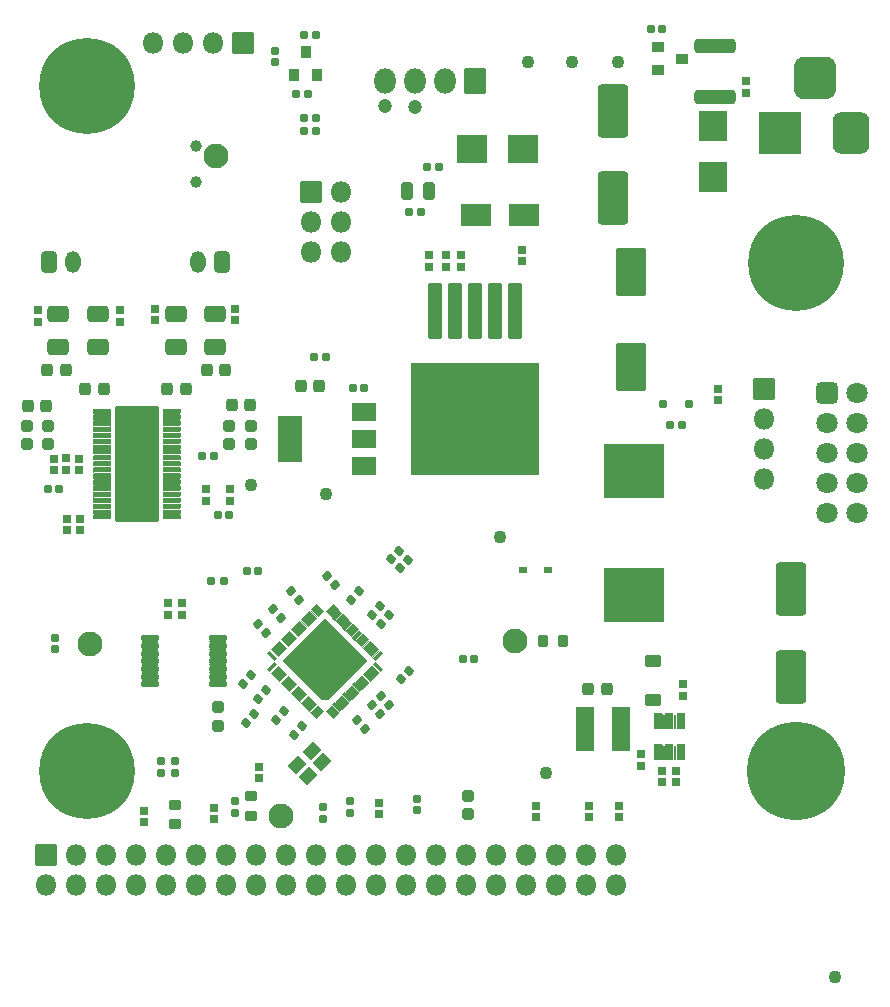
<source format=gbr>
G04 #@! TF.GenerationSoftware,KiCad,Pcbnew,(6.0.7)*
G04 #@! TF.CreationDate,2022-07-29T08:46:11-07:00*
G04 #@! TF.ProjectId,SJ-201-R10,534a2d32-3031-42d5-9231-302e6b696361,rev?*
G04 #@! TF.SameCoordinates,Original*
G04 #@! TF.FileFunction,Soldermask,Top*
G04 #@! TF.FilePolarity,Negative*
%FSLAX46Y46*%
G04 Gerber Fmt 4.6, Leading zero omitted, Abs format (unit mm)*
G04 Created by KiCad (PCBNEW (6.0.7)) date 2022-07-29 08:46:11*
%MOMM*%
%LPD*%
G01*
G04 APERTURE LIST*
G04 Aperture macros list*
%AMRoundRect*
0 Rectangle with rounded corners*
0 $1 Rounding radius*
0 $2 $3 $4 $5 $6 $7 $8 $9 X,Y pos of 4 corners*
0 Add a 4 corners polygon primitive as box body*
4,1,4,$2,$3,$4,$5,$6,$7,$8,$9,$2,$3,0*
0 Add four circle primitives for the rounded corners*
1,1,$1+$1,$2,$3*
1,1,$1+$1,$4,$5*
1,1,$1+$1,$6,$7*
1,1,$1+$1,$8,$9*
0 Add four rect primitives between the rounded corners*
20,1,$1+$1,$2,$3,$4,$5,0*
20,1,$1+$1,$4,$5,$6,$7,0*
20,1,$1+$1,$6,$7,$8,$9,0*
20,1,$1+$1,$8,$9,$2,$3,0*%
G04 Aperture macros list end*
%ADD10C,0.152400*%
%ADD11C,1.202000*%
%ADD12RoundRect,0.051000X-0.865000X1.015000X-0.865000X-1.015000X0.865000X-1.015000X0.865000X1.015000X0*%
%ADD13O,1.832000X2.132000*%
%ADD14RoundRect,0.198500X0.172500X-0.147500X0.172500X0.147500X-0.172500X0.147500X-0.172500X-0.147500X0*%
%ADD15RoundRect,0.198500X-0.147500X-0.172500X0.147500X-0.172500X0.147500X0.172500X-0.147500X0.172500X0*%
%ADD16C,1.102000*%
%ADD17RoundRect,0.051000X-0.450000X-0.400000X0.450000X-0.400000X0.450000X0.400000X-0.450000X0.400000X0*%
%ADD18RoundRect,0.198500X-0.172500X0.147500X-0.172500X-0.147500X0.172500X-0.147500X0.172500X0.147500X0*%
%ADD19RoundRect,0.051000X-2.500000X2.250000X-2.500000X-2.250000X2.500000X-2.250000X2.500000X2.250000X0*%
%ADD20RoundRect,0.051000X-0.850000X-0.850000X0.850000X-0.850000X0.850000X0.850000X-0.850000X0.850000X0*%
%ADD21O,1.802000X1.802000*%
%ADD22RoundRect,0.051000X1.750000X1.750000X-1.750000X1.750000X-1.750000X-1.750000X1.750000X-1.750000X0*%
%ADD23RoundRect,0.801000X0.750000X1.000000X-0.750000X1.000000X-0.750000X-1.000000X0.750000X-1.000000X0*%
%ADD24RoundRect,0.926000X0.875000X0.875000X-0.875000X0.875000X-0.875000X-0.875000X0.875000X-0.875000X0*%
%ADD25RoundRect,0.300999X-0.350001X-0.625001X0.350001X-0.625001X0.350001X0.625001X-0.350001X0.625001X0*%
%ADD26O,1.302000X1.852000*%
%ADD27RoundRect,0.300999X0.350001X0.625001X-0.350001X0.625001X-0.350001X-0.625001X0.350001X-0.625001X0*%
%ADD28RoundRect,0.051000X0.750000X1.800000X-0.750000X1.800000X-0.750000X-1.800000X0.750000X-1.800000X0*%
%ADD29RoundRect,0.051000X0.400000X-0.450000X0.400000X0.450000X-0.400000X0.450000X-0.400000X-0.450000X0*%
%ADD30RoundRect,0.198500X0.147500X0.172500X-0.147500X0.172500X-0.147500X-0.172500X0.147500X-0.172500X0*%
%ADD31RoundRect,0.198500X-0.017678X0.226274X-0.226274X0.017678X0.017678X-0.226274X0.226274X-0.017678X0*%
%ADD32RoundRect,0.198500X-0.226274X-0.017678X-0.017678X-0.226274X0.226274X0.017678X0.017678X0.226274X0*%
%ADD33RoundRect,0.051000X-0.250000X-0.250000X0.250000X-0.250000X0.250000X0.250000X-0.250000X0.250000X0*%
%ADD34RoundRect,0.198500X0.017678X-0.226274X0.226274X-0.017678X-0.017678X0.226274X-0.226274X0.017678X0*%
%ADD35RoundRect,0.051000X-0.550000X2.300000X-0.550000X-2.300000X0.550000X-2.300000X0.550000X2.300000X0*%
%ADD36RoundRect,0.051000X-5.400000X4.700000X-5.400000X-4.700000X5.400000X-4.700000X5.400000X4.700000X0*%
%ADD37RoundRect,0.301000X-1.000000X1.750000X-1.000000X-1.750000X1.000000X-1.750000X1.000000X1.750000X0*%
%ADD38RoundRect,0.198500X0.226274X0.017678X0.017678X0.226274X-0.226274X-0.017678X-0.017678X-0.226274X0*%
%ADD39RoundRect,0.051000X-1.250000X-0.900000X1.250000X-0.900000X1.250000X0.900000X-1.250000X0.900000X0*%
%ADD40C,8.102000*%
%ADD41RoundRect,0.301000X-1.000000X1.950000X-1.000000X-1.950000X1.000000X-1.950000X1.000000X1.950000X0*%
%ADD42RoundRect,0.151000X-0.637500X-0.100000X0.637500X-0.100000X0.637500X0.100000X-0.637500X0.100000X0*%
%ADD43RoundRect,0.269750X0.256250X-0.218750X0.256250X0.218750X-0.256250X0.218750X-0.256250X-0.218750X0*%
%ADD44RoundRect,0.051000X0.600000X-0.450000X0.600000X0.450000X-0.600000X0.450000X-0.600000X-0.450000X0*%
%ADD45RoundRect,0.051000X0.850000X-0.850000X0.850000X0.850000X-0.850000X0.850000X-0.850000X-0.850000X0*%
%ADD46RoundRect,0.051000X-0.070711X-0.707107X0.707107X0.070711X0.070711X0.707107X-0.707107X-0.070711X0*%
%ADD47RoundRect,0.301000X1.450000X-0.312500X1.450000X0.312500X-1.450000X0.312500X-1.450000X-0.312500X0*%
%ADD48RoundRect,0.051000X0.325000X-0.610000X0.325000X0.610000X-0.325000X0.610000X-0.325000X-0.610000X0*%
%ADD49RoundRect,0.269750X-0.218750X-0.256250X0.218750X-0.256250X0.218750X0.256250X-0.218750X0.256250X0*%
%ADD50C,8.302000*%
%ADD51RoundRect,0.294750X0.243750X0.456250X-0.243750X0.456250X-0.243750X-0.456250X0.243750X-0.456250X0*%
%ADD52RoundRect,0.269750X-0.256250X0.218750X-0.256250X-0.218750X0.256250X-0.218750X0.256250X0.218750X0*%
%ADD53RoundRect,0.051000X1.000000X0.750000X-1.000000X0.750000X-1.000000X-0.750000X1.000000X-0.750000X0*%
%ADD54RoundRect,0.051000X1.000000X1.900000X-1.000000X1.900000X-1.000000X-1.900000X1.000000X-1.900000X0*%
%ADD55RoundRect,0.051000X0.700000X-0.149999X0.700000X0.149999X-0.700000X0.149999X-0.700000X-0.149999X0*%
%ADD56C,0.601999*%
%ADD57RoundRect,0.051000X-1.800000X-4.850000X1.800000X-4.850000X1.800000X4.850000X-1.800000X4.850000X0*%
%ADD58RoundRect,0.301000X-0.625000X0.375000X-0.625000X-0.375000X0.625000X-0.375000X0.625000X0.375000X0*%
%ADD59RoundRect,0.269750X0.218750X0.256250X-0.218750X0.256250X-0.218750X-0.256250X0.218750X-0.256250X0*%
%ADD60C,2.102000*%
%ADD61RoundRect,0.301000X-0.600000X-0.600000X0.600000X-0.600000X0.600000X0.600000X-0.600000X0.600000X0*%
%ADD62C,1.802000*%
%ADD63RoundRect,0.186000X0.135000X0.185000X-0.135000X0.185000X-0.135000X-0.185000X0.135000X-0.185000X0*%
%ADD64RoundRect,0.101000X0.291682X-0.220971X-0.220971X0.291682X-0.291682X0.220971X0.220971X-0.291682X0*%
%ADD65RoundRect,0.101000X0.220971X0.291682X-0.291682X-0.220971X-0.220971X-0.291682X0.291682X0.220971X0*%
%ADD66RoundRect,0.101000X0.291682X0.220971X0.220971X0.291682X-0.291682X-0.220971X-0.220971X-0.291682X0*%
%ADD67RoundRect,0.101000X-0.220971X0.291682X-0.291682X0.220971X0.220971X-0.291682X0.291682X-0.220971X0*%
%ADD68RoundRect,0.101000X-0.291682X0.220971X0.220971X-0.291682X0.291682X-0.220971X-0.220971X0.291682X0*%
%ADD69C,0.702000*%
%ADD70RoundRect,0.051000X3.358757X0.176777X0.176777X3.358757X-3.358757X-0.176777X-0.176777X-3.358757X0*%
%ADD71RoundRect,0.051000X0.355000X0.350000X-0.355000X0.350000X-0.355000X-0.350000X0.355000X-0.350000X0*%
%ADD72RoundRect,0.051000X-0.176777X3.358757X-3.358757X0.176777X0.176777X-3.358757X3.358757X-0.176777X0*%
%ADD73RoundRect,0.251000X0.200000X0.275000X-0.200000X0.275000X-0.200000X-0.275000X0.200000X-0.275000X0*%
%ADD74RoundRect,0.186000X0.185000X-0.135000X0.185000X0.135000X-0.185000X0.135000X-0.185000X-0.135000X0*%
%ADD75RoundRect,0.251000X0.275000X-0.200000X0.275000X0.200000X-0.275000X0.200000X-0.275000X-0.200000X0*%
%ADD76RoundRect,0.191000X-0.170000X0.140000X-0.170000X-0.140000X0.170000X-0.140000X0.170000X0.140000X0*%
%ADD77RoundRect,0.051000X0.300000X0.225000X-0.300000X0.225000X-0.300000X-0.225000X0.300000X-0.225000X0*%
%ADD78RoundRect,0.051000X-1.250000X-1.150000X1.250000X-1.150000X1.250000X1.150000X-1.250000X1.150000X0*%
%ADD79RoundRect,0.191000X-0.140000X-0.170000X0.140000X-0.170000X0.140000X0.170000X-0.140000X0.170000X0*%
%ADD80RoundRect,0.191000X0.170000X-0.140000X0.170000X0.140000X-0.170000X0.140000X-0.170000X-0.140000X0*%
%ADD81RoundRect,0.251000X-0.275000X0.200000X-0.275000X-0.200000X0.275000X-0.200000X0.275000X0.200000X0*%
%ADD82RoundRect,0.051000X-1.150000X1.250000X-1.150000X-1.250000X1.150000X-1.250000X1.150000X1.250000X0*%
%ADD83RoundRect,0.051000X-0.850000X0.850000X-0.850000X-0.850000X0.850000X-0.850000X0.850000X0.850000X0*%
%ADD84C,1.002000*%
G04 APERTURE END LIST*
D10*
G04 #@! TO.C,U3*
X12707987Y-35333352D02*
X12710464Y-35341514D01*
X12703969Y-39987168D02*
X12698559Y-39993760D01*
X12691968Y-35313830D02*
X12698559Y-35319240D01*
X9812136Y-39971486D02*
X9811300Y-39963000D01*
X9818631Y-39987168D02*
X9814613Y-39979648D01*
X12676286Y-35307335D02*
X12684447Y-35309812D01*
X12698559Y-35319240D02*
X12703969Y-35325832D01*
X9818631Y-35325832D02*
X9824041Y-35319240D01*
X12667800Y-40006500D02*
X9854800Y-40006500D01*
X12703969Y-35325832D02*
X12707987Y-35333352D01*
X9854800Y-35306500D02*
X12667800Y-35306500D01*
X12711300Y-35350000D02*
X12711300Y-39963000D01*
X9812136Y-35341514D02*
X9814613Y-35333352D01*
X9824041Y-39993760D02*
X9818631Y-39987168D01*
X9838153Y-35309812D02*
X9846314Y-35307335D01*
X12684447Y-40003188D02*
X12676286Y-40005665D01*
X12691968Y-39999170D02*
X12684447Y-40003188D01*
X9824041Y-35319240D02*
X9830632Y-35313830D01*
X9814613Y-35333352D02*
X9818631Y-35325832D01*
X12698559Y-39993760D02*
X12691968Y-39999170D01*
X9838153Y-40003188D02*
X9830632Y-39999170D01*
X12710464Y-35341514D02*
X12711300Y-35350000D01*
X9811300Y-39963000D02*
X9811300Y-35350000D01*
X9814613Y-39979648D02*
X9812136Y-39971486D01*
X12676286Y-40005665D02*
X12667800Y-40006500D01*
X9830632Y-35313830D02*
X9838153Y-35309812D01*
X12710464Y-39971486D02*
X12707987Y-39979648D01*
X12684447Y-35309812D02*
X12691968Y-35313830D01*
X9846314Y-40005665D02*
X9838153Y-40003188D01*
X9811300Y-35350000D02*
X9812136Y-35341514D01*
X12667800Y-35306500D02*
X12676286Y-35307335D01*
X12711300Y-39963000D02*
X12710464Y-39971486D01*
X9830632Y-39999170D02*
X9824041Y-39993760D01*
X9846314Y-35307335D02*
X9854800Y-35306500D01*
X9854800Y-40006500D02*
X9846314Y-40005665D01*
X12707987Y-39979648D02*
X12703969Y-39987168D01*
X12707987Y-35333352D02*
X12710464Y-35341514D01*
X12703969Y-39987168D02*
X12698559Y-39993760D01*
X12691968Y-35313830D02*
X12698559Y-35319240D01*
X9812136Y-39971486D02*
X9811300Y-39963000D01*
X9818631Y-39987168D02*
X9814613Y-39979648D01*
X12676286Y-35307335D02*
X12684447Y-35309812D01*
X12698559Y-35319240D02*
X12703969Y-35325832D01*
X9818631Y-35325832D02*
X9824041Y-35319240D01*
X12667800Y-40006500D02*
X9854800Y-40006500D01*
X12703969Y-35325832D02*
X12707987Y-35333352D01*
X9854800Y-35306500D02*
X12667800Y-35306500D01*
X12711300Y-35350000D02*
X12711300Y-39963000D01*
X9812136Y-35341514D02*
X9814613Y-35333352D01*
X9824041Y-39993760D02*
X9818631Y-39987168D01*
X9838153Y-35309812D02*
X9846314Y-35307335D01*
X12684447Y-40003188D02*
X12676286Y-40005665D01*
X12691968Y-39999170D02*
X12684447Y-40003188D01*
X9824041Y-35319240D02*
X9830632Y-35313830D01*
X9814613Y-35333352D02*
X9818631Y-35325832D01*
X12698559Y-39993760D02*
X12691968Y-39999170D01*
X9838153Y-40003188D02*
X9830632Y-39999170D01*
X12710464Y-35341514D02*
X12711300Y-35350000D01*
X9811300Y-39963000D02*
X9811300Y-35350000D01*
X9814613Y-39979648D02*
X9812136Y-39971486D01*
X12676286Y-40005665D02*
X12667800Y-40006500D01*
X9830632Y-35313830D02*
X9838153Y-35309812D01*
X12710464Y-39971486D02*
X12707987Y-39979648D01*
X12684447Y-35309812D02*
X12691968Y-35313830D01*
X9846314Y-40005665D02*
X9838153Y-40003188D01*
X9811300Y-35350000D02*
X9812136Y-35341514D01*
X12667800Y-35306500D02*
X12676286Y-35307335D01*
X12711300Y-39963000D02*
X12710464Y-39971486D01*
X9830632Y-39999170D02*
X9824041Y-39993760D01*
X9846314Y-35307335D02*
X9854800Y-35306500D01*
X9854800Y-40006500D02*
X9846314Y-40005665D01*
X12707987Y-39979648D02*
X12703969Y-39987168D01*
G04 #@! TD*
D11*
G04 #@! TO.C,J7*
X34840000Y-7366000D03*
X32300000Y-7329000D03*
D12*
X39920000Y-5206000D03*
D13*
X37380000Y-5206000D03*
X34840000Y-5206000D03*
X32300000Y-5206000D03*
G04 #@! TD*
D14*
G04 #@! TO.C,R16*
X52070000Y-67541000D03*
X52070000Y-66571000D03*
G04 #@! TD*
G04 #@! TO.C,R33*
X45021500Y-67541000D03*
X45021500Y-66571000D03*
G04 #@! TD*
D15*
G04 #@! TO.C,R20*
X25423000Y-8306840D03*
X26393000Y-8306840D03*
G04 #@! TD*
D16*
G04 #@! TO.C,TP4*
X45923200Y-63754000D03*
G04 #@! TD*
D15*
G04 #@! TO.C,R25*
X25423000Y-9398000D03*
X26393000Y-9398000D03*
G04 #@! TD*
D17*
G04 #@! TO.C,Q3*
X55388000Y-2352000D03*
X55388000Y-4252000D03*
X57388000Y-3302000D03*
G04 #@! TD*
D18*
G04 #@! TO.C,R22*
X31750000Y-66317000D03*
X31750000Y-67287000D03*
G04 #@! TD*
D19*
G04 #@! TO.C,L1*
X53340000Y-38184000D03*
X53340000Y-48684000D03*
G04 #@! TD*
D18*
G04 #@! TO.C,R42*
X49530000Y-66571000D03*
X49530000Y-67541000D03*
G04 #@! TD*
D20*
G04 #@! TO.C,J5*
X64312800Y-31252000D03*
D21*
X64312800Y-33792000D03*
X64312800Y-36332000D03*
X64312800Y-38872000D03*
G04 #@! TD*
D22*
G04 #@! TO.C,J1*
X65710000Y-9626000D03*
D23*
X71710000Y-9626000D03*
D24*
X68710000Y-4926000D03*
G04 #@! TD*
D25*
G04 #@! TO.C,J3*
X3835400Y-20548600D03*
D26*
X5835400Y-20548600D03*
G04 #@! TD*
D27*
G04 #@! TO.C,J4*
X18433800Y-20556400D03*
D26*
X16433800Y-20556400D03*
G04 #@! TD*
D18*
G04 #@! TO.C,R38*
X21590000Y-63269000D03*
X21590000Y-64239000D03*
G04 #@! TD*
D28*
G04 #@! TO.C,L2*
X52267940Y-60109820D03*
X49217940Y-60109820D03*
G04 #@! TD*
D29*
G04 #@! TO.C,Q1*
X24590000Y-4712000D03*
X26490000Y-4712000D03*
X25540000Y-2712000D03*
G04 #@! TD*
D30*
G04 #@! TO.C,R2*
X25709380Y-6316140D03*
X24739380Y-6316140D03*
G04 #@! TD*
D15*
G04 #@! TO.C,R18*
X25423000Y-1270000D03*
X26393000Y-1270000D03*
G04 #@! TD*
D31*
G04 #@! TO.C,R32*
X25234947Y-59855053D03*
X24549053Y-60540947D03*
G04 #@! TD*
D32*
G04 #@! TO.C,C40*
X29883053Y-59347053D03*
X30568947Y-60032947D03*
G04 #@! TD*
D30*
G04 #@! TO.C,R27*
X55730000Y-762000D03*
X54760000Y-762000D03*
G04 #@! TD*
D18*
G04 #@! TO.C,C8*
X38700000Y-19965000D03*
X38700000Y-20935000D03*
G04 #@! TD*
D33*
G04 #@! TO.C,D1*
X55796000Y-32512000D03*
X57996000Y-32512000D03*
G04 #@! TD*
D15*
G04 #@! TO.C,C28*
X56411000Y-34290000D03*
X57381000Y-34290000D03*
G04 #@! TD*
D31*
G04 #@! TO.C,R41*
X34290000Y-55118000D03*
X33604106Y-55803894D03*
G04 #@! TD*
D34*
G04 #@! TO.C,C35*
X31153053Y-50380947D03*
X31838947Y-49695053D03*
G04 #@! TD*
G04 #@! TO.C,R34*
X32804053Y-45681947D03*
X33489947Y-44996053D03*
G04 #@! TD*
D18*
G04 #@! TO.C,R8*
X37450000Y-19965000D03*
X37450000Y-20935000D03*
G04 #@! TD*
D14*
G04 #@! TO.C,R39*
X13884000Y-50385000D03*
X13884000Y-49415000D03*
G04 #@! TD*
G04 #@! TO.C,C3*
X36000000Y-20935000D03*
X36000000Y-19965000D03*
G04 #@! TD*
D35*
G04 #@! TO.C,U1*
X43278000Y-24705000D03*
X41578000Y-24705000D03*
D36*
X39878000Y-33855000D03*
D35*
X39878000Y-24705000D03*
X38178000Y-24705000D03*
X36478000Y-24705000D03*
G04 #@! TD*
D37*
G04 #@! TO.C,C1*
X53086000Y-21400000D03*
X53086000Y-29400000D03*
G04 #@! TD*
D18*
G04 #@! TO.C,R40*
X15084000Y-49415000D03*
X15084000Y-50385000D03*
G04 #@! TD*
D38*
G04 #@! TO.C,C41*
X23456947Y-50634947D03*
X22771053Y-49949053D03*
G04 #@! TD*
D14*
G04 #@! TO.C,C63*
X62800000Y-6185000D03*
X62800000Y-5215000D03*
G04 #@! TD*
D32*
G04 #@! TO.C,C48*
X31153053Y-58077053D03*
X31838947Y-58762947D03*
G04 #@! TD*
D34*
G04 #@! TO.C,C42*
X29375053Y-49110947D03*
X30060947Y-48425053D03*
G04 #@! TD*
D32*
G04 #@! TO.C,C46*
X31915053Y-57315053D03*
X32600947Y-58000947D03*
G04 #@! TD*
D39*
G04 #@! TO.C,D14*
X40000000Y-16575000D03*
X44000000Y-16575000D03*
G04 #@! TD*
D15*
G04 #@! TO.C,C43*
X38859600Y-54102000D03*
X39829600Y-54102000D03*
G04 #@! TD*
D34*
G04 #@! TO.C,C44*
X31915053Y-51142947D03*
X32600947Y-50457053D03*
G04 #@! TD*
D31*
G04 #@! TO.C,C45*
X21170947Y-58839053D03*
X20485053Y-59524947D03*
G04 #@! TD*
D38*
G04 #@! TO.C,C53*
X28028947Y-47840947D03*
X27343053Y-47155053D03*
G04 #@! TD*
D31*
G04 #@! TO.C,C50*
X23710947Y-58585053D03*
X23025053Y-59270947D03*
G04 #@! TD*
D18*
G04 #@! TO.C,C4*
X60477400Y-31265000D03*
X60477400Y-32235000D03*
G04 #@! TD*
D15*
G04 #@! TO.C,C55*
X35837000Y-12446000D03*
X36807000Y-12446000D03*
G04 #@! TD*
D30*
G04 #@! TO.C,C57*
X35283000Y-16256000D03*
X34313000Y-16256000D03*
G04 #@! TD*
D38*
G04 #@! TO.C,C49*
X22186947Y-51904947D03*
X21501053Y-51219053D03*
G04 #@! TD*
G04 #@! TO.C,C47*
X24980947Y-49110947D03*
X24295053Y-48425053D03*
G04 #@! TD*
D14*
G04 #@! TO.C,C51*
X11887200Y-67947400D03*
X11887200Y-66977400D03*
G04 #@! TD*
D31*
G04 #@! TO.C,C52*
X20916947Y-55537053D03*
X20231053Y-56222947D03*
G04 #@! TD*
D18*
G04 #@! TO.C,R1*
X43861000Y-19504200D03*
X43861000Y-20474200D03*
G04 #@! TD*
D40*
G04 #@! TO.C,H3*
X7014300Y-5637800D03*
G04 #@! TD*
D41*
G04 #@! TO.C,C6*
X66598800Y-48243000D03*
X66598800Y-55643000D03*
G04 #@! TD*
D42*
G04 #@! TO.C,U5*
X12371500Y-52400000D03*
X12371500Y-53050000D03*
X12371500Y-53700000D03*
X12371500Y-54350000D03*
X12371500Y-55000000D03*
X12371500Y-55650000D03*
X12371500Y-56300000D03*
X18096500Y-56300000D03*
X18096500Y-55650000D03*
X18096500Y-55000000D03*
X18096500Y-54350000D03*
X18096500Y-53700000D03*
X18096500Y-53050000D03*
X18096500Y-52400000D03*
G04 #@! TD*
D43*
G04 #@! TO.C,R24*
X18100000Y-59787500D03*
X18100000Y-58212500D03*
G04 #@! TD*
D16*
G04 #@! TO.C,TP18*
X70358000Y-81026000D03*
G04 #@! TD*
D18*
G04 #@! TO.C,C7*
X53928100Y-62219000D03*
X53928100Y-63189000D03*
G04 #@! TD*
G04 #@! TO.C,R4*
X55704000Y-63619000D03*
X55704000Y-64589000D03*
G04 #@! TD*
G04 #@! TO.C,C5*
X57479020Y-56284720D03*
X57479020Y-57254720D03*
G04 #@! TD*
D44*
G04 #@! TO.C,D15*
X54941560Y-57632320D03*
X54941560Y-54332320D03*
G04 #@! TD*
D45*
G04 #@! TO.C,J6*
X3552000Y-70746000D03*
D21*
X3552000Y-73286000D03*
X6092000Y-70746000D03*
X6092000Y-73286000D03*
X8632000Y-70746000D03*
X8632000Y-73286000D03*
X11172000Y-70746000D03*
X11172000Y-73286000D03*
X13712000Y-70746000D03*
X13712000Y-73286000D03*
X16252000Y-70746000D03*
X16252000Y-73286000D03*
X18792000Y-70746000D03*
X18792000Y-73286000D03*
X21332000Y-70746000D03*
X21332000Y-73286000D03*
X23872000Y-70746000D03*
X23872000Y-73286000D03*
X26412000Y-70746000D03*
X26412000Y-73286000D03*
X28952000Y-70746000D03*
X28952000Y-73286000D03*
X31492000Y-70746000D03*
X31492000Y-73286000D03*
X34032000Y-70746000D03*
X34032000Y-73286000D03*
X36572000Y-70746000D03*
X36572000Y-73286000D03*
X39112000Y-70746000D03*
X39112000Y-73286000D03*
X41652000Y-70746000D03*
X41652000Y-73286000D03*
X44192000Y-70746000D03*
X44192000Y-73286000D03*
X46732000Y-70746000D03*
X46732000Y-73286000D03*
X49272000Y-70746000D03*
X49272000Y-73286000D03*
X51812000Y-70746000D03*
X51812000Y-73286000D03*
G04 #@! TD*
D46*
G04 #@! TO.C,X1*
X25766579Y-64052660D03*
X26968660Y-62850579D03*
X26049421Y-61931340D03*
X24847340Y-63133421D03*
G04 #@! TD*
D47*
G04 #@! TO.C,FB8*
X60200000Y-6537500D03*
X60200000Y-2262500D03*
G04 #@! TD*
D41*
G04 #@! TO.C,C64*
X51562000Y-7730000D03*
X51562000Y-15130000D03*
G04 #@! TD*
D40*
G04 #@! TO.C,H4*
X7014300Y-63626000D03*
G04 #@! TD*
D34*
G04 #@! TO.C,R5*
X33566053Y-46443947D03*
X34251947Y-45758053D03*
G04 #@! TD*
D48*
G04 #@! TO.C,U7*
X55386020Y-62042120D03*
X56336020Y-62042120D03*
X57286020Y-62042120D03*
X57286020Y-59422120D03*
X56336020Y-59422120D03*
X55386020Y-59422120D03*
G04 #@! TD*
D49*
G04 #@! TO.C,C37*
X49488080Y-56685900D03*
X51063080Y-56685900D03*
G04 #@! TD*
D40*
G04 #@! TO.C,H1*
X67021800Y-20623800D03*
G04 #@! TD*
D14*
G04 #@! TO.C,R3*
X56904000Y-64589000D03*
X56904000Y-63619000D03*
G04 #@! TD*
D50*
G04 #@! TO.C,H2*
X67034500Y-63638700D03*
G04 #@! TD*
D51*
G04 #@! TO.C,FB5*
X35989500Y-14478000D03*
X34114500Y-14478000D03*
G04 #@! TD*
D52*
G04 #@! TO.C,C17*
X3692500Y-34382700D03*
X3692500Y-35957700D03*
G04 #@! TD*
G04 #@! TO.C,C20*
X1990700Y-34382700D03*
X1990700Y-35957700D03*
G04 #@! TD*
D49*
G04 #@! TO.C,C19*
X2015900Y-32731800D03*
X3590900Y-32731800D03*
G04 #@! TD*
D52*
G04 #@! TO.C,R19*
X39300000Y-65712500D03*
X39300000Y-67287500D03*
G04 #@! TD*
D18*
G04 #@! TO.C,C62*
X12811000Y-24499800D03*
X12811000Y-25469800D03*
G04 #@! TD*
D53*
G04 #@! TO.C,U4*
X30525500Y-37830500D03*
D54*
X24225500Y-35530500D03*
D53*
X30525500Y-35530500D03*
X30525500Y-33230500D03*
G04 #@! TD*
D18*
G04 #@! TO.C,R6*
X6361300Y-37171500D03*
X6361300Y-38141500D03*
G04 #@! TD*
D55*
G04 #@! TO.C,U3*
X8311301Y-33156499D03*
X8311301Y-33656498D03*
X8311301Y-34156499D03*
X8311301Y-34656498D03*
X8311301Y-35156500D03*
X8311301Y-35656499D03*
X8311301Y-36156498D03*
X8311301Y-36656499D03*
X8311301Y-37156498D03*
X8311301Y-37656500D03*
X8311301Y-38156499D03*
X8311301Y-38656498D03*
X8311301Y-39156500D03*
X8311301Y-39656499D03*
X8311301Y-40156500D03*
X8311301Y-40656499D03*
X8311301Y-41156498D03*
X8311301Y-41656500D03*
X8311301Y-42156499D03*
X14211302Y-42156499D03*
X14211302Y-41656500D03*
X14211302Y-41156498D03*
X14211302Y-40656499D03*
X14211302Y-40156500D03*
X14211302Y-39656499D03*
X14211302Y-39156500D03*
X14211302Y-38656498D03*
X14211302Y-38156499D03*
X14211302Y-37656500D03*
X14211302Y-37156498D03*
X14211302Y-36656499D03*
X14211302Y-36156498D03*
X14211302Y-35656499D03*
X14211302Y-35156500D03*
X14211302Y-34656498D03*
X14211302Y-34156499D03*
X14211302Y-33656498D03*
X14211302Y-33156499D03*
D56*
X11261300Y-33106499D03*
X9961300Y-40906501D03*
X9961300Y-35706499D03*
X12561300Y-35706499D03*
X12561300Y-38306501D03*
X12561300Y-37006499D03*
X9961300Y-39606501D03*
X12561300Y-33106499D03*
X11261300Y-40906501D03*
X12561300Y-39606501D03*
X12561300Y-34406499D03*
X9961300Y-37006499D03*
X11261300Y-34406499D03*
X11261300Y-38306501D03*
X9961300Y-34406499D03*
X11261300Y-37006499D03*
X11261300Y-35706499D03*
X9961300Y-38306501D03*
X12561300Y-40906501D03*
X9961300Y-33106499D03*
X11261300Y-39606501D03*
X9961300Y-42206501D03*
X12561300Y-42206501D03*
X11261300Y-42206501D03*
D57*
X11261300Y-37656500D03*
G04 #@! TD*
D18*
G04 #@! TO.C,C10*
X4211300Y-37171500D03*
X4211300Y-38141500D03*
G04 #@! TD*
G04 #@! TO.C,C61*
X5334000Y-42263200D03*
X5334000Y-43233200D03*
G04 #@! TD*
D49*
G04 #@! TO.C,C60*
X25112500Y-31000000D03*
X26687500Y-31000000D03*
G04 #@! TD*
D15*
G04 #@! TO.C,R50*
X18085680Y-41945920D03*
X19055680Y-41945920D03*
G04 #@! TD*
D30*
G04 #@! TO.C,C59*
X30520499Y-31178500D03*
X29550499Y-31178500D03*
G04 #@! TD*
D58*
G04 #@! TO.C,FB4*
X14538200Y-24931000D03*
X14538200Y-27731000D03*
G04 #@! TD*
G04 #@! TO.C,FB3*
X17840200Y-24931000D03*
X17840200Y-27731000D03*
G04 #@! TD*
D18*
G04 #@! TO.C,C11*
X5281300Y-37166500D03*
X5281300Y-38136500D03*
G04 #@! TD*
D49*
G04 #@! TO.C,C23*
X13801500Y-31309400D03*
X15376500Y-31309400D03*
G04 #@! TD*
D15*
G04 #@! TO.C,C16*
X3736300Y-39751500D03*
X4706300Y-39751500D03*
G04 #@! TD*
D49*
G04 #@! TO.C,C26*
X17154300Y-29645700D03*
X18729300Y-29645700D03*
G04 #@! TD*
D52*
G04 #@! TO.C,C14*
X20896300Y-34382700D03*
X20896300Y-35957700D03*
G04 #@! TD*
D18*
G04 #@! TO.C,C39*
X19592800Y-24499800D03*
X19592800Y-25469800D03*
G04 #@! TD*
D49*
G04 #@! TO.C,C18*
X19273400Y-32675700D03*
X20848400Y-32675700D03*
G04 #@! TD*
D14*
G04 #@! TO.C,C24*
X19114100Y-40746900D03*
X19114100Y-39776900D03*
G04 #@! TD*
G04 #@! TO.C,C21*
X17082100Y-40723900D03*
X17082100Y-39753900D03*
G04 #@! TD*
D18*
G04 #@! TO.C,C12*
X6454000Y-42268200D03*
X6454000Y-43238200D03*
G04 #@! TD*
D52*
G04 #@! TO.C,C13*
X19071300Y-34382700D03*
X19071300Y-35957700D03*
G04 #@! TD*
D30*
G04 #@! TO.C,C15*
X17782400Y-36957000D03*
X16812400Y-36957000D03*
G04 #@! TD*
D58*
G04 #@! TO.C,FB1*
X4581400Y-24931000D03*
X4581400Y-27731000D03*
G04 #@! TD*
G04 #@! TO.C,FB2*
X7946900Y-24931000D03*
X7946900Y-27731000D03*
G04 #@! TD*
D18*
G04 #@! TO.C,C27*
X2854200Y-24626800D03*
X2854200Y-25596800D03*
G04 #@! TD*
D59*
G04 #@! TO.C,C25*
X5241900Y-29645700D03*
X3666900Y-29645700D03*
G04 #@! TD*
G04 #@! TO.C,C22*
X8467700Y-31309400D03*
X6892700Y-31309400D03*
G04 #@! TD*
D18*
G04 #@! TO.C,C38*
X9788400Y-24626800D03*
X9788400Y-25596800D03*
G04 #@! TD*
D14*
G04 #@! TO.C,R65*
X17750000Y-67687000D03*
X17750000Y-66717000D03*
G04 #@! TD*
D60*
G04 #@! TO.C,TP29*
X7289800Y-52857400D03*
G04 #@! TD*
G04 #@! TO.C,TP30*
X23500000Y-67400000D03*
G04 #@! TD*
G04 #@! TO.C,TP31*
X43307000Y-52578000D03*
G04 #@! TD*
G04 #@! TO.C,TP32*
X17957800Y-11531600D03*
G04 #@! TD*
D16*
G04 #@! TO.C,TP33*
X27254200Y-40208200D03*
G04 #@! TD*
G04 #@! TO.C,TP34*
X20878800Y-39420800D03*
G04 #@! TD*
G04 #@! TO.C,TP3*
X41986200Y-43789600D03*
G04 #@! TD*
G04 #@! TO.C,TP8*
X44386500Y-3619500D03*
G04 #@! TD*
G04 #@! TO.C,TP12*
X48069500Y-3556000D03*
G04 #@! TD*
G04 #@! TO.C,TP13*
X52006500Y-3556000D03*
G04 #@! TD*
D61*
G04 #@! TO.C,J11*
X69723000Y-31593400D03*
D62*
X72263000Y-31593400D03*
X69723000Y-34133400D03*
X72263000Y-34133400D03*
X69723000Y-36673400D03*
X72263000Y-36673400D03*
X69723000Y-39213400D03*
X72263000Y-39213400D03*
X69723000Y-41753400D03*
X72263000Y-41753400D03*
G04 #@! TD*
D63*
G04 #@! TO.C,R10*
X18594800Y-47548800D03*
X17574800Y-47548800D03*
G04 #@! TD*
D31*
G04 #@! TO.C,C36*
X22186947Y-56807053D03*
X21501053Y-57492947D03*
G04 #@! TD*
D64*
G04 #@! TO.C,U8*
X27672975Y-58810773D03*
X27955817Y-58527930D03*
X28238660Y-58245087D03*
X28521503Y-57962245D03*
X28804346Y-57679402D03*
X29087188Y-57396559D03*
X29370031Y-57113716D03*
X29652874Y-56830874D03*
X29935716Y-56548031D03*
X30218559Y-56265188D03*
X30501402Y-55982346D03*
X30784245Y-55699503D03*
X31067087Y-55416660D03*
X31349930Y-55133817D03*
X31632773Y-54850975D03*
D65*
X31632773Y-53861025D03*
X31349930Y-53578183D03*
D66*
X31067087Y-53295340D03*
X30784245Y-53012497D03*
X30501402Y-52729654D03*
X30218559Y-52446812D03*
X29935716Y-52163969D03*
X29652874Y-51881126D03*
X29370031Y-51598284D03*
X29087188Y-51315441D03*
X28804346Y-51032598D03*
X28521503Y-50749755D03*
X28238660Y-50466913D03*
X27955817Y-50184070D03*
X27672975Y-49901227D03*
D67*
X26683025Y-49901227D03*
X26400183Y-50184070D03*
X26117340Y-50466913D03*
X25834497Y-50749755D03*
D64*
X25551654Y-51032598D03*
X25268812Y-51315441D03*
X24985969Y-51598284D03*
X24703126Y-51881126D03*
X24420284Y-52163969D03*
X24137441Y-52446812D03*
X23854598Y-52729654D03*
X23571755Y-53012497D03*
X23288913Y-53295340D03*
X23006070Y-53578183D03*
D68*
X22723227Y-53861025D03*
D65*
X22723227Y-54850975D03*
X23006070Y-55133817D03*
X23288913Y-55416660D03*
X23571755Y-55699503D03*
X23854598Y-55982346D03*
X24137441Y-56265188D03*
D66*
X24420284Y-56548031D03*
X24703126Y-56830874D03*
X24985969Y-57113716D03*
X25268812Y-57396559D03*
X25551654Y-57679402D03*
X25834497Y-57962245D03*
X26117340Y-58245087D03*
X26400183Y-58527930D03*
X26683025Y-58810773D03*
D69*
X29209518Y-55018559D03*
X27795304Y-53604345D03*
X26381091Y-56432773D03*
X25673984Y-52897239D03*
X24966877Y-55018559D03*
X27795304Y-55018559D03*
D70*
X26998395Y-54176395D03*
D69*
X27088197Y-55725666D03*
X27795304Y-56432773D03*
D71*
X27178000Y-57184427D03*
D69*
X28502411Y-55725666D03*
X29916625Y-54311452D03*
X27088197Y-52897239D03*
X29209518Y-53604345D03*
X28502411Y-54311452D03*
X25673984Y-54311452D03*
X28502411Y-52897239D03*
X26381091Y-55018559D03*
D72*
X27357605Y-54176395D03*
D69*
X24966877Y-53604345D03*
X24259770Y-54311452D03*
X26381091Y-52190132D03*
X27088197Y-51483025D03*
X27088197Y-54311452D03*
X27088197Y-57139879D03*
X27795304Y-52190132D03*
X25673984Y-55725666D03*
X26381091Y-53604345D03*
G04 #@! TD*
D73*
G04 #@! TO.C,R21*
X47325000Y-52600000D03*
X45675000Y-52600000D03*
G04 #@! TD*
D74*
G04 #@! TO.C,R9*
X14500000Y-63810000D03*
X14500000Y-62790000D03*
G04 #@! TD*
G04 #@! TO.C,R14*
X27000000Y-67710000D03*
X27000000Y-66690000D03*
G04 #@! TD*
D75*
G04 #@! TO.C,R11*
X20900000Y-67425000D03*
X20900000Y-65775000D03*
G04 #@! TD*
D76*
G04 #@! TO.C,C65*
X35001200Y-65966400D03*
X35001200Y-66926400D03*
G04 #@! TD*
D77*
G04 #@! TO.C,D19*
X46050000Y-46600000D03*
X43950000Y-46600000D03*
G04 #@! TD*
D78*
G04 #@! TO.C,D20*
X39650000Y-11000000D03*
X43950000Y-11000000D03*
G04 #@! TD*
D79*
G04 #@! TO.C,C32*
X20551200Y-46685200D03*
X21511200Y-46685200D03*
G04 #@! TD*
D74*
G04 #@! TO.C,R12*
X19600000Y-67220000D03*
X19600000Y-66200000D03*
G04 #@! TD*
D80*
G04 #@! TO.C,C2*
X22936200Y-3604200D03*
X22936200Y-2644200D03*
G04 #@! TD*
D81*
G04 #@! TO.C,R64*
X14478000Y-66485000D03*
X14478000Y-68135000D03*
G04 #@! TD*
D76*
G04 #@! TO.C,C29*
X4318000Y-52352000D03*
X4318000Y-53312000D03*
G04 #@! TD*
D20*
G04 #@! TO.C,J12*
X26004600Y-14594600D03*
D21*
X28544600Y-14594600D03*
X26004600Y-17134600D03*
X28544600Y-17134600D03*
X26004600Y-19674600D03*
X28544600Y-19674600D03*
G04 #@! TD*
D82*
G04 #@! TO.C,D16*
X60000000Y-9050000D03*
X60000000Y-13350000D03*
G04 #@! TD*
D83*
G04 #@! TO.C,J9*
X20259200Y-1955800D03*
D21*
X17719200Y-1955800D03*
X15179200Y-1955800D03*
X12639200Y-1955800D03*
G04 #@! TD*
D74*
G04 #@! TO.C,R15*
X29300000Y-67220000D03*
X29300000Y-66200000D03*
G04 #@! TD*
D79*
G04 #@! TO.C,C33*
X26291600Y-28600400D03*
X27251600Y-28600400D03*
G04 #@! TD*
D74*
G04 #@! TO.C,R7*
X13300000Y-63810000D03*
X13300000Y-62790000D03*
G04 #@! TD*
D84*
G04 #@! TO.C,SW1*
X16223200Y-10742800D03*
X16223200Y-13742800D03*
G04 #@! TD*
G36*
X55760287Y-61415421D02*
G01*
X55811966Y-61458609D01*
X55880681Y-61467240D01*
X55943311Y-61437276D01*
X55961368Y-61416438D01*
X55963258Y-61415784D01*
X55964769Y-61417094D01*
X55964841Y-61418138D01*
X55962020Y-61432319D01*
X55962020Y-62651921D01*
X55964998Y-62666894D01*
X55964355Y-62668788D01*
X55962393Y-62669178D01*
X55961753Y-62668819D01*
X55910074Y-62625631D01*
X55841359Y-62617000D01*
X55778729Y-62646964D01*
X55760672Y-62667802D01*
X55758782Y-62668456D01*
X55757271Y-62667146D01*
X55757199Y-62666102D01*
X55760020Y-62651921D01*
X55760020Y-61432319D01*
X55757042Y-61417346D01*
X55757685Y-61415452D01*
X55759647Y-61415062D01*
X55760287Y-61415421D01*
G37*
G36*
X56710287Y-61415421D02*
G01*
X56761966Y-61458609D01*
X56830681Y-61467240D01*
X56893311Y-61437276D01*
X56911368Y-61416438D01*
X56913258Y-61415784D01*
X56914769Y-61417094D01*
X56914841Y-61418138D01*
X56912020Y-61432319D01*
X56912020Y-62651921D01*
X56914998Y-62666894D01*
X56914355Y-62668788D01*
X56912393Y-62669178D01*
X56911753Y-62668819D01*
X56860074Y-62625631D01*
X56791359Y-62617000D01*
X56728729Y-62646964D01*
X56710672Y-62667802D01*
X56708782Y-62668456D01*
X56707271Y-62667146D01*
X56707199Y-62666102D01*
X56710020Y-62651921D01*
X56710020Y-61432319D01*
X56707042Y-61417346D01*
X56707685Y-61415452D01*
X56709647Y-61415062D01*
X56710287Y-61415421D01*
G37*
G36*
X56710287Y-58795421D02*
G01*
X56761966Y-58838609D01*
X56830681Y-58847240D01*
X56893311Y-58817276D01*
X56911368Y-58796438D01*
X56913258Y-58795784D01*
X56914769Y-58797094D01*
X56914841Y-58798138D01*
X56912020Y-58812319D01*
X56912020Y-60031921D01*
X56914998Y-60046894D01*
X56914355Y-60048788D01*
X56912393Y-60049178D01*
X56911753Y-60048819D01*
X56860074Y-60005631D01*
X56791359Y-59997000D01*
X56728729Y-60026964D01*
X56710672Y-60047802D01*
X56708782Y-60048456D01*
X56707271Y-60047146D01*
X56707199Y-60046102D01*
X56710020Y-60031921D01*
X56710020Y-58812319D01*
X56707042Y-58797346D01*
X56707685Y-58795452D01*
X56709647Y-58795062D01*
X56710287Y-58795421D01*
G37*
G36*
X55760287Y-58795421D02*
G01*
X55811966Y-58838609D01*
X55880681Y-58847240D01*
X55943311Y-58817276D01*
X55961368Y-58796438D01*
X55963258Y-58795784D01*
X55964769Y-58797094D01*
X55964841Y-58798138D01*
X55962020Y-58812319D01*
X55962020Y-60031921D01*
X55964998Y-60046894D01*
X55964355Y-60048788D01*
X55962393Y-60049178D01*
X55961753Y-60048819D01*
X55910074Y-60005631D01*
X55841359Y-59997000D01*
X55778729Y-60026964D01*
X55760672Y-60047802D01*
X55758782Y-60048456D01*
X55757271Y-60047146D01*
X55757199Y-60046102D01*
X55760020Y-60031921D01*
X55760020Y-58812319D01*
X55757042Y-58797346D01*
X55757685Y-58795452D01*
X55759647Y-58795062D01*
X55760287Y-58795421D01*
G37*
G36*
X26792959Y-58311612D02*
G01*
X26793602Y-58312726D01*
X26794872Y-58319111D01*
X26827103Y-58380726D01*
X26891864Y-58416088D01*
X26898228Y-58417354D01*
X26899732Y-58418673D01*
X26899342Y-58420635D01*
X26898228Y-58421278D01*
X26866124Y-58427665D01*
X26833852Y-58449228D01*
X26321480Y-58961600D01*
X26299917Y-58993872D01*
X26293530Y-59025977D01*
X26292211Y-59027481D01*
X26290249Y-59027091D01*
X26289606Y-59025977D01*
X26288336Y-59019592D01*
X26256105Y-58957977D01*
X26191344Y-58922615D01*
X26184980Y-58921349D01*
X26183476Y-58920030D01*
X26183866Y-58918068D01*
X26184980Y-58917425D01*
X26217084Y-58911038D01*
X26249356Y-58889475D01*
X26761728Y-58377103D01*
X26783291Y-58344831D01*
X26789678Y-58312726D01*
X26790997Y-58311222D01*
X26792959Y-58311612D01*
G37*
G36*
X27565679Y-58311612D02*
G01*
X27566322Y-58312726D01*
X27572709Y-58344831D01*
X27594272Y-58377103D01*
X28106644Y-58889475D01*
X28138916Y-58911038D01*
X28171020Y-58917425D01*
X28172524Y-58918744D01*
X28172134Y-58920706D01*
X28171020Y-58921349D01*
X28164639Y-58922618D01*
X28103023Y-58954848D01*
X28067661Y-59019609D01*
X28066394Y-59025977D01*
X28065075Y-59027481D01*
X28063113Y-59027091D01*
X28062470Y-59025977D01*
X28056083Y-58993872D01*
X28034520Y-58961600D01*
X27522148Y-58449228D01*
X27489876Y-58427665D01*
X27457772Y-58421278D01*
X27456268Y-58419959D01*
X27456658Y-58417997D01*
X27457772Y-58417354D01*
X27464153Y-58416085D01*
X27525769Y-58383855D01*
X27561131Y-58319094D01*
X27562398Y-58312726D01*
X27563717Y-58311222D01*
X27565679Y-58311612D01*
G37*
G36*
X27848522Y-58028770D02*
G01*
X27849165Y-58029884D01*
X27855552Y-58061988D01*
X27877115Y-58094260D01*
X28389487Y-58606632D01*
X28421759Y-58628195D01*
X28453863Y-58634582D01*
X28455367Y-58635901D01*
X28454977Y-58637863D01*
X28453863Y-58638506D01*
X28447481Y-58639775D01*
X28385865Y-58672005D01*
X28350502Y-58736768D01*
X28349236Y-58743133D01*
X28347917Y-58744637D01*
X28345955Y-58744247D01*
X28345312Y-58743133D01*
X28338925Y-58711029D01*
X28317362Y-58678757D01*
X27804990Y-58166385D01*
X27772718Y-58144822D01*
X27740614Y-58138435D01*
X27739110Y-58137116D01*
X27739500Y-58135154D01*
X27740614Y-58134511D01*
X27746996Y-58133242D01*
X27808612Y-58101012D01*
X27843975Y-58036249D01*
X27845241Y-58029884D01*
X27846560Y-58028380D01*
X27848522Y-58028770D01*
G37*
G36*
X26510116Y-58028770D02*
G01*
X26510759Y-58029884D01*
X26512028Y-58036266D01*
X26544258Y-58097882D01*
X26609021Y-58133245D01*
X26615386Y-58134511D01*
X26616890Y-58135830D01*
X26616500Y-58137792D01*
X26615386Y-58138435D01*
X26583282Y-58144822D01*
X26551010Y-58166385D01*
X26038638Y-58678757D01*
X26017075Y-58711029D01*
X26010688Y-58743133D01*
X26009369Y-58744637D01*
X26007407Y-58744247D01*
X26006764Y-58743133D01*
X26005495Y-58736751D01*
X25973265Y-58675135D01*
X25908502Y-58639772D01*
X25902137Y-58638506D01*
X25900633Y-58637187D01*
X25901023Y-58635225D01*
X25902137Y-58634582D01*
X25934241Y-58628195D01*
X25966513Y-58606632D01*
X26478885Y-58094260D01*
X26500448Y-58061988D01*
X26506835Y-58029884D01*
X26508154Y-58028380D01*
X26510116Y-58028770D01*
G37*
G36*
X26227273Y-57745928D02*
G01*
X26227916Y-57747042D01*
X26229185Y-57753423D01*
X26261415Y-57815039D01*
X26326176Y-57850401D01*
X26332544Y-57851668D01*
X26334048Y-57852987D01*
X26333658Y-57854949D01*
X26332544Y-57855592D01*
X26300439Y-57861979D01*
X26268167Y-57883542D01*
X25755795Y-58395914D01*
X25734232Y-58428186D01*
X25727845Y-58460290D01*
X25726526Y-58461794D01*
X25724564Y-58461404D01*
X25723921Y-58460290D01*
X25722652Y-58453909D01*
X25690422Y-58392293D01*
X25625661Y-58356931D01*
X25619293Y-58355664D01*
X25617789Y-58354345D01*
X25618179Y-58352383D01*
X25619293Y-58351740D01*
X25651398Y-58345353D01*
X25683670Y-58323790D01*
X26196042Y-57811418D01*
X26217605Y-57779146D01*
X26223992Y-57747042D01*
X26225311Y-57745538D01*
X26227273Y-57745928D01*
G37*
G36*
X28131365Y-57745928D02*
G01*
X28132008Y-57747042D01*
X28138395Y-57779146D01*
X28159958Y-57811418D01*
X28672330Y-58323790D01*
X28704602Y-58345353D01*
X28736707Y-58351740D01*
X28738211Y-58353059D01*
X28737821Y-58355021D01*
X28736707Y-58355664D01*
X28730322Y-58356934D01*
X28668707Y-58389165D01*
X28633345Y-58453926D01*
X28632079Y-58460290D01*
X28630760Y-58461794D01*
X28628798Y-58461404D01*
X28628155Y-58460290D01*
X28621768Y-58428186D01*
X28600205Y-58395914D01*
X28087833Y-57883542D01*
X28055561Y-57861979D01*
X28023456Y-57855592D01*
X28021952Y-57854273D01*
X28022342Y-57852311D01*
X28023456Y-57851668D01*
X28029841Y-57850398D01*
X28091456Y-57818167D01*
X28126818Y-57753406D01*
X28128084Y-57747042D01*
X28129403Y-57745538D01*
X28131365Y-57745928D01*
G37*
G36*
X25944430Y-57463085D02*
G01*
X25945073Y-57464199D01*
X25946342Y-57470581D01*
X25978572Y-57532197D01*
X26043335Y-57567560D01*
X26049700Y-57568826D01*
X26051204Y-57570145D01*
X26050814Y-57572107D01*
X26049700Y-57572750D01*
X26017596Y-57579137D01*
X25985324Y-57600700D01*
X25472952Y-58113072D01*
X25451389Y-58145344D01*
X25445002Y-58177448D01*
X25443683Y-58178952D01*
X25441721Y-58178562D01*
X25441078Y-58177448D01*
X25439809Y-58171066D01*
X25407579Y-58109450D01*
X25342816Y-58074087D01*
X25336451Y-58072821D01*
X25334947Y-58071502D01*
X25335337Y-58069540D01*
X25336451Y-58068897D01*
X25368555Y-58062510D01*
X25400827Y-58040947D01*
X25913199Y-57528575D01*
X25934762Y-57496303D01*
X25941149Y-57464199D01*
X25942468Y-57462695D01*
X25944430Y-57463085D01*
G37*
G36*
X28414208Y-57463085D02*
G01*
X28414851Y-57464199D01*
X28421238Y-57496303D01*
X28442801Y-57528575D01*
X28955173Y-58040947D01*
X28987445Y-58062510D01*
X29019549Y-58068897D01*
X29021053Y-58070216D01*
X29020663Y-58072178D01*
X29019549Y-58072821D01*
X29013167Y-58074090D01*
X28951551Y-58106320D01*
X28916188Y-58171083D01*
X28914922Y-58177448D01*
X28913603Y-58178952D01*
X28911641Y-58178562D01*
X28910998Y-58177448D01*
X28904611Y-58145344D01*
X28883048Y-58113072D01*
X28370676Y-57600700D01*
X28338404Y-57579137D01*
X28306300Y-57572750D01*
X28304796Y-57571431D01*
X28305186Y-57569469D01*
X28306300Y-57568826D01*
X28312682Y-57567557D01*
X28374298Y-57535327D01*
X28409661Y-57470564D01*
X28410927Y-57464199D01*
X28412246Y-57462695D01*
X28414208Y-57463085D01*
G37*
G36*
X25661588Y-57180241D02*
G01*
X25662231Y-57181355D01*
X25663501Y-57187740D01*
X25695732Y-57249355D01*
X25760493Y-57284717D01*
X25766857Y-57285983D01*
X25768361Y-57287302D01*
X25767971Y-57289264D01*
X25766857Y-57289907D01*
X25734753Y-57296294D01*
X25702481Y-57317857D01*
X25190109Y-57830229D01*
X25168546Y-57862501D01*
X25162159Y-57894606D01*
X25160840Y-57896110D01*
X25158878Y-57895720D01*
X25158235Y-57894606D01*
X25156965Y-57888221D01*
X25124734Y-57826606D01*
X25059973Y-57791244D01*
X25053609Y-57789978D01*
X25052105Y-57788659D01*
X25052495Y-57786697D01*
X25053609Y-57786054D01*
X25085713Y-57779667D01*
X25117985Y-57758104D01*
X25630357Y-57245732D01*
X25651920Y-57213460D01*
X25658307Y-57181355D01*
X25659626Y-57179851D01*
X25661588Y-57180241D01*
G37*
G36*
X28697050Y-57180241D02*
G01*
X28697693Y-57181355D01*
X28704080Y-57213460D01*
X28725643Y-57245732D01*
X29238015Y-57758104D01*
X29270287Y-57779667D01*
X29302391Y-57786054D01*
X29303895Y-57787373D01*
X29303505Y-57789335D01*
X29302391Y-57789978D01*
X29296010Y-57791247D01*
X29234394Y-57823477D01*
X29199032Y-57888238D01*
X29197765Y-57894606D01*
X29196446Y-57896110D01*
X29194484Y-57895720D01*
X29193841Y-57894606D01*
X29187454Y-57862501D01*
X29165891Y-57830229D01*
X28653519Y-57317857D01*
X28621247Y-57296294D01*
X28589143Y-57289907D01*
X28587639Y-57288588D01*
X28588029Y-57286626D01*
X28589143Y-57285983D01*
X28595524Y-57284714D01*
X28657140Y-57252484D01*
X28692502Y-57187723D01*
X28693769Y-57181355D01*
X28695088Y-57179851D01*
X28697050Y-57180241D01*
G37*
G36*
X28979893Y-56897399D02*
G01*
X28980536Y-56898513D01*
X28986923Y-56930617D01*
X29008486Y-56962889D01*
X29520858Y-57475261D01*
X29553130Y-57496824D01*
X29585234Y-57503211D01*
X29586738Y-57504530D01*
X29586348Y-57506492D01*
X29585234Y-57507135D01*
X29578852Y-57508404D01*
X29517236Y-57540634D01*
X29481873Y-57605397D01*
X29480607Y-57611762D01*
X29479288Y-57613266D01*
X29477326Y-57612876D01*
X29476683Y-57611762D01*
X29470296Y-57579658D01*
X29448733Y-57547386D01*
X28936361Y-57035014D01*
X28904089Y-57013451D01*
X28871985Y-57007064D01*
X28870481Y-57005745D01*
X28870871Y-57003783D01*
X28871985Y-57003140D01*
X28878367Y-57001871D01*
X28939983Y-56969641D01*
X28975346Y-56904878D01*
X28976612Y-56898513D01*
X28977931Y-56897009D01*
X28979893Y-56897399D01*
G37*
G36*
X25378745Y-56897399D02*
G01*
X25379388Y-56898513D01*
X25380657Y-56904895D01*
X25412887Y-56966511D01*
X25477650Y-57001874D01*
X25484015Y-57003140D01*
X25485519Y-57004459D01*
X25485129Y-57006421D01*
X25484015Y-57007064D01*
X25451911Y-57013451D01*
X25419639Y-57035014D01*
X24907267Y-57547386D01*
X24885704Y-57579658D01*
X24879317Y-57611762D01*
X24877998Y-57613266D01*
X24876036Y-57612876D01*
X24875393Y-57611762D01*
X24874124Y-57605380D01*
X24841894Y-57543764D01*
X24777131Y-57508401D01*
X24770766Y-57507135D01*
X24769262Y-57505816D01*
X24769652Y-57503854D01*
X24770766Y-57503211D01*
X24802870Y-57496824D01*
X24835142Y-57475261D01*
X25347514Y-56962889D01*
X25369077Y-56930617D01*
X25375464Y-56898513D01*
X25376783Y-56897009D01*
X25378745Y-56897399D01*
G37*
G36*
X29262736Y-56614557D02*
G01*
X29263379Y-56615671D01*
X29269766Y-56647775D01*
X29291329Y-56680047D01*
X29803701Y-57192419D01*
X29835973Y-57213982D01*
X29868078Y-57220369D01*
X29869582Y-57221688D01*
X29869192Y-57223650D01*
X29868078Y-57224293D01*
X29861693Y-57225563D01*
X29800078Y-57257794D01*
X29764716Y-57322555D01*
X29763450Y-57328919D01*
X29762131Y-57330423D01*
X29760169Y-57330033D01*
X29759526Y-57328919D01*
X29753139Y-57296815D01*
X29731576Y-57264543D01*
X29219204Y-56752171D01*
X29186932Y-56730608D01*
X29154827Y-56724221D01*
X29153323Y-56722902D01*
X29153713Y-56720940D01*
X29154827Y-56720297D01*
X29161212Y-56719027D01*
X29222827Y-56686796D01*
X29258189Y-56622035D01*
X29259455Y-56615671D01*
X29260774Y-56614167D01*
X29262736Y-56614557D01*
G37*
G36*
X25095902Y-56614557D02*
G01*
X25096545Y-56615671D01*
X25097814Y-56622052D01*
X25130044Y-56683668D01*
X25194805Y-56719030D01*
X25201173Y-56720297D01*
X25202677Y-56721616D01*
X25202287Y-56723578D01*
X25201173Y-56724221D01*
X25169068Y-56730608D01*
X25136796Y-56752171D01*
X24624424Y-57264543D01*
X24602861Y-57296815D01*
X24596474Y-57328919D01*
X24595155Y-57330423D01*
X24593193Y-57330033D01*
X24592550Y-57328919D01*
X24591281Y-57322538D01*
X24559051Y-57260922D01*
X24494290Y-57225560D01*
X24487922Y-57224293D01*
X24486418Y-57222974D01*
X24486808Y-57221012D01*
X24487922Y-57220369D01*
X24520027Y-57213982D01*
X24552299Y-57192419D01*
X25064671Y-56680047D01*
X25086234Y-56647775D01*
X25092621Y-56615671D01*
X25093940Y-56614167D01*
X25095902Y-56614557D01*
G37*
G36*
X24813060Y-56331713D02*
G01*
X24813703Y-56332827D01*
X24814973Y-56339212D01*
X24847204Y-56400827D01*
X24911965Y-56436189D01*
X24918329Y-56437455D01*
X24919833Y-56438774D01*
X24919443Y-56440736D01*
X24918329Y-56441379D01*
X24886225Y-56447766D01*
X24853953Y-56469329D01*
X24341581Y-56981701D01*
X24320018Y-57013973D01*
X24313631Y-57046078D01*
X24312312Y-57047582D01*
X24310350Y-57047192D01*
X24309707Y-57046078D01*
X24308437Y-57039693D01*
X24276206Y-56978078D01*
X24211445Y-56942716D01*
X24205081Y-56941450D01*
X24203577Y-56940131D01*
X24203967Y-56938169D01*
X24205081Y-56937526D01*
X24237185Y-56931139D01*
X24269457Y-56909576D01*
X24781829Y-56397204D01*
X24803392Y-56364932D01*
X24809779Y-56332827D01*
X24811098Y-56331323D01*
X24813060Y-56331713D01*
G37*
G36*
X29545578Y-56331713D02*
G01*
X29546221Y-56332827D01*
X29552608Y-56364932D01*
X29574171Y-56397204D01*
X30086543Y-56909576D01*
X30118815Y-56931139D01*
X30150919Y-56937526D01*
X30152423Y-56938845D01*
X30152033Y-56940807D01*
X30150919Y-56941450D01*
X30144538Y-56942719D01*
X30082922Y-56974949D01*
X30047560Y-57039710D01*
X30046293Y-57046078D01*
X30044974Y-57047582D01*
X30043012Y-57047192D01*
X30042369Y-57046078D01*
X30035982Y-57013973D01*
X30014419Y-56981701D01*
X29502047Y-56469329D01*
X29469775Y-56447766D01*
X29437671Y-56441379D01*
X29436167Y-56440060D01*
X29436557Y-56438098D01*
X29437671Y-56437455D01*
X29444052Y-56436186D01*
X29505668Y-56403956D01*
X29541030Y-56339195D01*
X29542297Y-56332827D01*
X29543616Y-56331323D01*
X29545578Y-56331713D01*
G37*
G36*
X29828421Y-56048871D02*
G01*
X29829064Y-56049985D01*
X29835451Y-56082089D01*
X29857014Y-56114361D01*
X30369386Y-56626733D01*
X30401658Y-56648296D01*
X30433762Y-56654683D01*
X30435266Y-56656002D01*
X30434876Y-56657964D01*
X30433762Y-56658607D01*
X30427380Y-56659876D01*
X30365764Y-56692106D01*
X30330401Y-56756869D01*
X30329135Y-56763234D01*
X30327816Y-56764738D01*
X30325854Y-56764348D01*
X30325211Y-56763234D01*
X30318824Y-56731130D01*
X30297261Y-56698858D01*
X29784889Y-56186486D01*
X29752617Y-56164923D01*
X29720513Y-56158536D01*
X29719009Y-56157217D01*
X29719399Y-56155255D01*
X29720513Y-56154612D01*
X29726895Y-56153343D01*
X29788511Y-56121113D01*
X29823874Y-56056350D01*
X29825140Y-56049985D01*
X29826459Y-56048481D01*
X29828421Y-56048871D01*
G37*
G36*
X24530217Y-56048871D02*
G01*
X24530860Y-56049985D01*
X24532129Y-56056367D01*
X24564359Y-56117983D01*
X24629122Y-56153346D01*
X24635487Y-56154612D01*
X24636991Y-56155931D01*
X24636601Y-56157893D01*
X24635487Y-56158536D01*
X24603383Y-56164923D01*
X24571111Y-56186486D01*
X24058739Y-56698858D01*
X24037176Y-56731130D01*
X24030789Y-56763234D01*
X24029470Y-56764738D01*
X24027508Y-56764348D01*
X24026865Y-56763234D01*
X24025596Y-56756852D01*
X23993366Y-56695236D01*
X23928603Y-56659873D01*
X23922238Y-56658607D01*
X23920734Y-56657288D01*
X23921124Y-56655326D01*
X23922238Y-56654683D01*
X23954342Y-56648296D01*
X23986614Y-56626733D01*
X24498986Y-56114361D01*
X24520549Y-56082089D01*
X24526936Y-56049985D01*
X24528255Y-56048481D01*
X24530217Y-56048871D01*
G37*
G36*
X30111264Y-55766029D02*
G01*
X30111907Y-55767143D01*
X30118294Y-55799247D01*
X30139857Y-55831519D01*
X30652229Y-56343891D01*
X30684501Y-56365454D01*
X30716606Y-56371841D01*
X30718110Y-56373160D01*
X30717720Y-56375122D01*
X30716606Y-56375765D01*
X30710221Y-56377035D01*
X30648606Y-56409266D01*
X30613244Y-56474027D01*
X30611978Y-56480391D01*
X30610659Y-56481895D01*
X30608697Y-56481505D01*
X30608054Y-56480391D01*
X30601667Y-56448287D01*
X30580104Y-56416015D01*
X30067732Y-55903643D01*
X30035460Y-55882080D01*
X30003355Y-55875693D01*
X30001851Y-55874374D01*
X30002241Y-55872412D01*
X30003355Y-55871769D01*
X30009740Y-55870499D01*
X30071355Y-55838268D01*
X30106717Y-55773507D01*
X30107983Y-55767143D01*
X30109302Y-55765639D01*
X30111264Y-55766029D01*
G37*
G36*
X24247374Y-55766029D02*
G01*
X24248017Y-55767143D01*
X24249286Y-55773524D01*
X24281516Y-55835140D01*
X24346277Y-55870502D01*
X24352645Y-55871769D01*
X24354149Y-55873088D01*
X24353759Y-55875050D01*
X24352645Y-55875693D01*
X24320540Y-55882080D01*
X24288268Y-55903643D01*
X23775896Y-56416015D01*
X23754333Y-56448287D01*
X23747946Y-56480391D01*
X23746627Y-56481895D01*
X23744665Y-56481505D01*
X23744022Y-56480391D01*
X23742753Y-56474010D01*
X23710523Y-56412394D01*
X23645762Y-56377032D01*
X23639394Y-56375765D01*
X23637890Y-56374446D01*
X23638280Y-56372484D01*
X23639394Y-56371841D01*
X23671499Y-56365454D01*
X23703771Y-56343891D01*
X24216143Y-55831519D01*
X24237706Y-55799247D01*
X24244093Y-55767143D01*
X24245412Y-55765639D01*
X24247374Y-55766029D01*
G37*
G36*
X23964531Y-55483186D02*
G01*
X23965174Y-55484300D01*
X23966443Y-55490682D01*
X23998673Y-55552298D01*
X24063436Y-55587661D01*
X24069801Y-55588927D01*
X24071305Y-55590246D01*
X24070915Y-55592208D01*
X24069801Y-55592851D01*
X24037697Y-55599238D01*
X24005425Y-55620801D01*
X23493053Y-56133173D01*
X23471490Y-56165445D01*
X23465103Y-56197549D01*
X23463784Y-56199053D01*
X23461822Y-56198663D01*
X23461179Y-56197549D01*
X23459910Y-56191167D01*
X23427680Y-56129551D01*
X23362917Y-56094188D01*
X23356552Y-56092922D01*
X23355048Y-56091603D01*
X23355438Y-56089641D01*
X23356552Y-56088998D01*
X23388656Y-56082611D01*
X23420928Y-56061048D01*
X23933300Y-55548676D01*
X23954863Y-55516404D01*
X23961250Y-55484300D01*
X23962569Y-55482796D01*
X23964531Y-55483186D01*
G37*
G36*
X30394107Y-55483186D02*
G01*
X30394750Y-55484300D01*
X30401137Y-55516404D01*
X30422700Y-55548676D01*
X30935072Y-56061048D01*
X30967344Y-56082611D01*
X30999448Y-56088998D01*
X31000952Y-56090317D01*
X31000562Y-56092279D01*
X30999448Y-56092922D01*
X30993066Y-56094191D01*
X30931450Y-56126421D01*
X30896087Y-56191184D01*
X30894821Y-56197549D01*
X30893502Y-56199053D01*
X30891540Y-56198663D01*
X30890897Y-56197549D01*
X30884510Y-56165445D01*
X30862947Y-56133173D01*
X30350575Y-55620801D01*
X30318303Y-55599238D01*
X30286199Y-55592851D01*
X30284695Y-55591532D01*
X30285085Y-55589570D01*
X30286199Y-55588927D01*
X30292581Y-55587658D01*
X30354197Y-55555428D01*
X30389560Y-55490665D01*
X30390826Y-55484300D01*
X30392145Y-55482796D01*
X30394107Y-55483186D01*
G37*
G36*
X13086587Y-55877477D02*
G01*
X13086126Y-55878891D01*
X13046803Y-55925944D01*
X13038170Y-55994660D01*
X13068133Y-56057289D01*
X13076803Y-56064800D01*
X13077457Y-56066690D01*
X13076147Y-56068202D01*
X13074382Y-56067975D01*
X13066006Y-56062379D01*
X13008801Y-56051000D01*
X11734199Y-56051000D01*
X11676994Y-56062379D01*
X11659520Y-56074055D01*
X11657524Y-56074186D01*
X11656413Y-56072523D01*
X11656874Y-56071109D01*
X11696197Y-56024056D01*
X11704830Y-55955340D01*
X11674867Y-55892711D01*
X11666197Y-55885200D01*
X11665543Y-55883310D01*
X11666853Y-55881798D01*
X11668618Y-55882025D01*
X11676994Y-55887621D01*
X11734199Y-55899000D01*
X13008801Y-55899000D01*
X13066006Y-55887621D01*
X13083480Y-55875945D01*
X13085476Y-55875814D01*
X13086587Y-55877477D01*
G37*
G36*
X18811587Y-55877477D02*
G01*
X18811126Y-55878891D01*
X18771803Y-55925944D01*
X18763170Y-55994660D01*
X18793133Y-56057289D01*
X18801803Y-56064800D01*
X18802457Y-56066690D01*
X18801147Y-56068202D01*
X18799382Y-56067975D01*
X18791006Y-56062379D01*
X18733801Y-56051000D01*
X17459199Y-56051000D01*
X17401994Y-56062379D01*
X17384520Y-56074055D01*
X17382524Y-56074186D01*
X17381413Y-56072523D01*
X17381874Y-56071109D01*
X17421197Y-56024056D01*
X17429830Y-55955340D01*
X17399867Y-55892711D01*
X17391197Y-55885200D01*
X17390543Y-55883310D01*
X17391853Y-55881798D01*
X17393618Y-55882025D01*
X17401994Y-55887621D01*
X17459199Y-55899000D01*
X18733801Y-55899000D01*
X18791006Y-55887621D01*
X18808480Y-55875945D01*
X18810476Y-55875814D01*
X18811587Y-55877477D01*
G37*
G36*
X23681689Y-55200342D02*
G01*
X23682332Y-55201456D01*
X23683602Y-55207841D01*
X23715833Y-55269456D01*
X23780594Y-55304818D01*
X23786958Y-55306084D01*
X23788462Y-55307403D01*
X23788072Y-55309365D01*
X23786958Y-55310008D01*
X23754854Y-55316395D01*
X23722582Y-55337958D01*
X23210210Y-55850330D01*
X23188647Y-55882602D01*
X23182260Y-55914707D01*
X23180941Y-55916211D01*
X23178979Y-55915821D01*
X23178336Y-55914707D01*
X23177066Y-55908322D01*
X23144835Y-55846707D01*
X23080074Y-55811345D01*
X23073710Y-55810079D01*
X23072206Y-55808760D01*
X23072596Y-55806798D01*
X23073710Y-55806155D01*
X23105814Y-55799768D01*
X23138086Y-55778205D01*
X23650458Y-55265833D01*
X23672021Y-55233561D01*
X23678408Y-55201456D01*
X23679727Y-55199952D01*
X23681689Y-55200342D01*
G37*
G36*
X30676949Y-55200342D02*
G01*
X30677592Y-55201456D01*
X30683979Y-55233561D01*
X30705542Y-55265833D01*
X31217914Y-55778205D01*
X31250186Y-55799768D01*
X31282290Y-55806155D01*
X31283794Y-55807474D01*
X31283404Y-55809436D01*
X31282290Y-55810079D01*
X31275909Y-55811348D01*
X31214293Y-55843578D01*
X31178931Y-55908339D01*
X31177664Y-55914707D01*
X31176345Y-55916211D01*
X31174383Y-55915821D01*
X31173740Y-55914707D01*
X31167353Y-55882602D01*
X31145790Y-55850330D01*
X30633418Y-55337958D01*
X30601146Y-55316395D01*
X30569042Y-55310008D01*
X30567538Y-55308689D01*
X30567928Y-55306727D01*
X30569042Y-55306084D01*
X30575423Y-55304815D01*
X30637039Y-55272585D01*
X30672401Y-55207824D01*
X30673668Y-55201456D01*
X30674987Y-55199952D01*
X30676949Y-55200342D01*
G37*
G36*
X30959792Y-54917500D02*
G01*
X30960435Y-54918614D01*
X30966822Y-54950718D01*
X30988385Y-54982990D01*
X31500757Y-55495362D01*
X31533029Y-55516925D01*
X31565133Y-55523312D01*
X31566637Y-55524631D01*
X31566247Y-55526593D01*
X31565133Y-55527236D01*
X31558751Y-55528505D01*
X31497135Y-55560735D01*
X31461772Y-55625498D01*
X31460506Y-55631863D01*
X31459187Y-55633367D01*
X31457225Y-55632977D01*
X31456582Y-55631863D01*
X31450195Y-55599759D01*
X31428632Y-55567487D01*
X30916260Y-55055115D01*
X30883988Y-55033552D01*
X30851884Y-55027165D01*
X30850380Y-55025846D01*
X30850770Y-55023884D01*
X30851884Y-55023241D01*
X30858266Y-55021972D01*
X30919882Y-54989742D01*
X30955245Y-54924979D01*
X30956511Y-54918614D01*
X30957830Y-54917110D01*
X30959792Y-54917500D01*
G37*
G36*
X23398846Y-54917500D02*
G01*
X23399489Y-54918614D01*
X23400758Y-54924996D01*
X23432988Y-54986612D01*
X23497751Y-55021975D01*
X23504116Y-55023241D01*
X23505620Y-55024560D01*
X23505230Y-55026522D01*
X23504116Y-55027165D01*
X23472012Y-55033552D01*
X23439740Y-55055115D01*
X22927368Y-55567487D01*
X22905805Y-55599759D01*
X22899418Y-55631863D01*
X22898099Y-55633367D01*
X22896137Y-55632977D01*
X22895494Y-55631863D01*
X22894225Y-55625481D01*
X22861995Y-55563865D01*
X22797232Y-55528502D01*
X22790867Y-55527236D01*
X22789363Y-55525917D01*
X22789753Y-55523955D01*
X22790867Y-55523312D01*
X22822971Y-55516925D01*
X22855243Y-55495362D01*
X23367615Y-54982990D01*
X23389178Y-54950718D01*
X23395565Y-54918614D01*
X23396884Y-54917110D01*
X23398846Y-54917500D01*
G37*
G36*
X18811587Y-55227477D02*
G01*
X18811126Y-55228891D01*
X18771803Y-55275944D01*
X18763170Y-55344660D01*
X18793133Y-55407289D01*
X18801803Y-55414800D01*
X18802457Y-55416690D01*
X18801147Y-55418202D01*
X18799382Y-55417975D01*
X18791006Y-55412379D01*
X18733801Y-55401000D01*
X17459199Y-55401000D01*
X17401994Y-55412379D01*
X17384520Y-55424055D01*
X17382524Y-55424186D01*
X17381413Y-55422523D01*
X17381874Y-55421109D01*
X17421197Y-55374056D01*
X17429830Y-55305340D01*
X17399867Y-55242711D01*
X17391197Y-55235200D01*
X17390543Y-55233310D01*
X17391853Y-55231798D01*
X17393618Y-55232025D01*
X17401994Y-55237621D01*
X17459199Y-55249000D01*
X18733801Y-55249000D01*
X18791006Y-55237621D01*
X18808480Y-55225945D01*
X18810476Y-55225814D01*
X18811587Y-55227477D01*
G37*
G36*
X13086587Y-55227477D02*
G01*
X13086126Y-55228891D01*
X13046803Y-55275944D01*
X13038170Y-55344660D01*
X13068133Y-55407289D01*
X13076803Y-55414800D01*
X13077457Y-55416690D01*
X13076147Y-55418202D01*
X13074382Y-55417975D01*
X13066006Y-55412379D01*
X13008801Y-55401000D01*
X11734199Y-55401000D01*
X11676994Y-55412379D01*
X11659520Y-55424055D01*
X11657524Y-55424186D01*
X11656413Y-55422523D01*
X11656874Y-55421109D01*
X11696197Y-55374056D01*
X11704830Y-55305340D01*
X11674867Y-55242711D01*
X11666197Y-55235200D01*
X11665543Y-55233310D01*
X11666853Y-55231798D01*
X11668618Y-55232025D01*
X11676994Y-55237621D01*
X11734199Y-55249000D01*
X13008801Y-55249000D01*
X13066006Y-55237621D01*
X13083480Y-55225945D01*
X13085476Y-55225814D01*
X13086587Y-55227477D01*
G37*
G36*
X23116003Y-54634658D02*
G01*
X23116646Y-54635772D01*
X23117915Y-54642153D01*
X23150145Y-54703769D01*
X23214906Y-54739131D01*
X23221274Y-54740398D01*
X23222778Y-54741717D01*
X23222388Y-54743679D01*
X23221274Y-54744322D01*
X23189169Y-54750709D01*
X23156897Y-54772272D01*
X22644525Y-55284644D01*
X22622962Y-55316916D01*
X22616575Y-55349020D01*
X22615256Y-55350524D01*
X22613294Y-55350134D01*
X22612651Y-55349020D01*
X22611382Y-55342639D01*
X22579152Y-55281023D01*
X22514391Y-55245661D01*
X22508023Y-55244394D01*
X22506519Y-55243075D01*
X22506909Y-55241113D01*
X22508023Y-55240470D01*
X22540128Y-55234083D01*
X22572400Y-55212520D01*
X23084772Y-54700148D01*
X23106335Y-54667876D01*
X23112722Y-54635772D01*
X23114041Y-54634268D01*
X23116003Y-54634658D01*
G37*
G36*
X31242635Y-54634658D02*
G01*
X31243278Y-54635772D01*
X31249665Y-54667876D01*
X31271228Y-54700148D01*
X31783600Y-55212520D01*
X31815872Y-55234083D01*
X31847977Y-55240470D01*
X31849481Y-55241789D01*
X31849091Y-55243751D01*
X31847977Y-55244394D01*
X31841592Y-55245664D01*
X31779977Y-55277895D01*
X31744615Y-55342656D01*
X31743349Y-55349020D01*
X31742030Y-55350524D01*
X31740068Y-55350134D01*
X31739425Y-55349020D01*
X31733038Y-55316916D01*
X31711475Y-55284644D01*
X31199103Y-54772272D01*
X31166831Y-54750709D01*
X31134726Y-54744322D01*
X31133222Y-54743003D01*
X31133612Y-54741041D01*
X31134726Y-54740398D01*
X31141111Y-54739128D01*
X31202726Y-54706897D01*
X31238088Y-54642136D01*
X31239354Y-54635772D01*
X31240673Y-54634268D01*
X31242635Y-54634658D01*
G37*
G36*
X13086587Y-54577477D02*
G01*
X13086126Y-54578891D01*
X13046803Y-54625944D01*
X13038170Y-54694660D01*
X13068133Y-54757289D01*
X13076803Y-54764800D01*
X13077457Y-54766690D01*
X13076147Y-54768202D01*
X13074382Y-54767975D01*
X13066006Y-54762379D01*
X13008801Y-54751000D01*
X11734199Y-54751000D01*
X11676994Y-54762379D01*
X11659520Y-54774055D01*
X11657524Y-54774186D01*
X11656413Y-54772523D01*
X11656874Y-54771109D01*
X11696197Y-54724056D01*
X11704830Y-54655340D01*
X11674867Y-54592711D01*
X11666197Y-54585200D01*
X11665543Y-54583310D01*
X11666853Y-54581798D01*
X11668618Y-54582025D01*
X11676994Y-54587621D01*
X11734199Y-54599000D01*
X13008801Y-54599000D01*
X13066006Y-54587621D01*
X13083480Y-54575945D01*
X13085476Y-54575814D01*
X13086587Y-54577477D01*
G37*
G36*
X18811587Y-54577477D02*
G01*
X18811126Y-54578891D01*
X18771803Y-54625944D01*
X18763170Y-54694660D01*
X18793133Y-54757289D01*
X18801803Y-54764800D01*
X18802457Y-54766690D01*
X18801147Y-54768202D01*
X18799382Y-54767975D01*
X18791006Y-54762379D01*
X18733801Y-54751000D01*
X17459199Y-54751000D01*
X17401994Y-54762379D01*
X17384520Y-54774055D01*
X17382524Y-54774186D01*
X17381413Y-54772523D01*
X17381874Y-54771109D01*
X17421197Y-54724056D01*
X17429830Y-54655340D01*
X17399867Y-54592711D01*
X17391197Y-54585200D01*
X17390543Y-54583310D01*
X17391853Y-54581798D01*
X17393618Y-54582025D01*
X17401994Y-54587621D01*
X17459199Y-54599000D01*
X18733801Y-54599000D01*
X18791006Y-54587621D01*
X18808480Y-54575945D01*
X18810476Y-54575814D01*
X18811587Y-54577477D01*
G37*
G36*
X13086587Y-53927477D02*
G01*
X13086126Y-53928891D01*
X13046803Y-53975944D01*
X13038170Y-54044660D01*
X13068133Y-54107289D01*
X13076803Y-54114800D01*
X13077457Y-54116690D01*
X13076147Y-54118202D01*
X13074382Y-54117975D01*
X13066006Y-54112379D01*
X13008801Y-54101000D01*
X11734199Y-54101000D01*
X11676994Y-54112379D01*
X11659520Y-54124055D01*
X11657524Y-54124186D01*
X11656413Y-54122523D01*
X11656874Y-54121109D01*
X11696197Y-54074056D01*
X11704830Y-54005340D01*
X11674867Y-53942711D01*
X11666197Y-53935200D01*
X11665543Y-53933310D01*
X11666853Y-53931798D01*
X11668618Y-53932025D01*
X11676994Y-53937621D01*
X11734199Y-53949000D01*
X13008801Y-53949000D01*
X13066006Y-53937621D01*
X13083480Y-53925945D01*
X13085476Y-53925814D01*
X13086587Y-53927477D01*
G37*
G36*
X18811587Y-53927477D02*
G01*
X18811126Y-53928891D01*
X18771803Y-53975944D01*
X18763170Y-54044660D01*
X18793133Y-54107289D01*
X18801803Y-54114800D01*
X18802457Y-54116690D01*
X18801147Y-54118202D01*
X18799382Y-54117975D01*
X18791006Y-54112379D01*
X18733801Y-54101000D01*
X17459199Y-54101000D01*
X17401994Y-54112379D01*
X17384520Y-54124055D01*
X17382524Y-54124186D01*
X17381413Y-54122523D01*
X17381874Y-54121109D01*
X17421197Y-54074056D01*
X17429830Y-54005340D01*
X17399867Y-53942711D01*
X17391197Y-53935200D01*
X17390543Y-53933310D01*
X17391853Y-53931798D01*
X17393618Y-53932025D01*
X17401994Y-53937621D01*
X17459199Y-53949000D01*
X18733801Y-53949000D01*
X18791006Y-53937621D01*
X18808480Y-53925945D01*
X18810476Y-53925814D01*
X18811587Y-53927477D01*
G37*
G36*
X22615932Y-53361866D02*
G01*
X22616575Y-53362980D01*
X22622962Y-53395084D01*
X22644525Y-53427356D01*
X23156897Y-53939728D01*
X23189169Y-53961291D01*
X23221274Y-53967678D01*
X23222778Y-53968997D01*
X23222388Y-53970959D01*
X23221274Y-53971602D01*
X23214889Y-53972872D01*
X23153274Y-54005103D01*
X23117912Y-54069864D01*
X23116646Y-54076228D01*
X23115327Y-54077732D01*
X23113365Y-54077342D01*
X23112722Y-54076228D01*
X23106335Y-54044124D01*
X23084772Y-54011852D01*
X22572400Y-53499480D01*
X22540128Y-53477917D01*
X22508023Y-53471530D01*
X22506519Y-53470211D01*
X22506909Y-53468249D01*
X22508023Y-53467606D01*
X22514408Y-53466336D01*
X22576023Y-53434105D01*
X22611385Y-53369344D01*
X22612651Y-53362980D01*
X22613970Y-53361476D01*
X22615932Y-53361866D01*
G37*
G36*
X31742706Y-53361866D02*
G01*
X31743349Y-53362980D01*
X31744618Y-53369361D01*
X31776848Y-53430977D01*
X31841609Y-53466339D01*
X31847977Y-53467606D01*
X31849481Y-53468925D01*
X31849091Y-53470887D01*
X31847977Y-53471530D01*
X31815872Y-53477917D01*
X31783600Y-53499480D01*
X31271228Y-54011852D01*
X31249665Y-54044124D01*
X31243278Y-54076228D01*
X31241959Y-54077732D01*
X31239997Y-54077342D01*
X31239354Y-54076228D01*
X31238085Y-54069847D01*
X31205855Y-54008231D01*
X31141094Y-53972869D01*
X31134726Y-53971602D01*
X31133222Y-53970283D01*
X31133612Y-53968321D01*
X31134726Y-53967678D01*
X31166831Y-53961291D01*
X31199103Y-53939728D01*
X31711475Y-53427356D01*
X31733038Y-53395084D01*
X31739425Y-53362980D01*
X31740744Y-53361476D01*
X31742706Y-53361866D01*
G37*
G36*
X22898775Y-53079023D02*
G01*
X22899418Y-53080137D01*
X22905805Y-53112241D01*
X22927368Y-53144513D01*
X23439740Y-53656885D01*
X23472012Y-53678448D01*
X23504116Y-53684835D01*
X23505620Y-53686154D01*
X23505230Y-53688116D01*
X23504116Y-53688759D01*
X23497734Y-53690028D01*
X23436118Y-53722258D01*
X23400755Y-53787021D01*
X23399489Y-53793386D01*
X23398170Y-53794890D01*
X23396208Y-53794500D01*
X23395565Y-53793386D01*
X23389178Y-53761282D01*
X23367615Y-53729010D01*
X22855243Y-53216638D01*
X22822971Y-53195075D01*
X22790867Y-53188688D01*
X22789363Y-53187369D01*
X22789753Y-53185407D01*
X22790867Y-53184764D01*
X22797249Y-53183495D01*
X22858865Y-53151265D01*
X22894228Y-53086502D01*
X22895494Y-53080137D01*
X22896813Y-53078633D01*
X22898775Y-53079023D01*
G37*
G36*
X31459863Y-53079023D02*
G01*
X31460506Y-53080137D01*
X31461775Y-53086519D01*
X31494005Y-53148135D01*
X31558768Y-53183498D01*
X31565133Y-53184764D01*
X31566637Y-53186083D01*
X31566247Y-53188045D01*
X31565133Y-53188688D01*
X31533029Y-53195075D01*
X31500757Y-53216638D01*
X30988385Y-53729010D01*
X30966822Y-53761282D01*
X30960435Y-53793386D01*
X30959116Y-53794890D01*
X30957154Y-53794500D01*
X30956511Y-53793386D01*
X30955242Y-53787004D01*
X30923012Y-53725388D01*
X30858249Y-53690025D01*
X30851884Y-53688759D01*
X30850380Y-53687440D01*
X30850770Y-53685478D01*
X30851884Y-53684835D01*
X30883988Y-53678448D01*
X30916260Y-53656885D01*
X31428632Y-53144513D01*
X31450195Y-53112241D01*
X31456582Y-53080137D01*
X31457901Y-53078633D01*
X31459863Y-53079023D01*
G37*
G36*
X23181617Y-52796179D02*
G01*
X23182260Y-52797293D01*
X23188647Y-52829398D01*
X23210210Y-52861670D01*
X23722582Y-53374042D01*
X23754854Y-53395605D01*
X23786958Y-53401992D01*
X23788462Y-53403311D01*
X23788072Y-53405273D01*
X23786958Y-53405916D01*
X23780577Y-53407185D01*
X23718961Y-53439415D01*
X23683599Y-53504176D01*
X23682332Y-53510544D01*
X23681013Y-53512048D01*
X23679051Y-53511658D01*
X23678408Y-53510544D01*
X23672021Y-53478439D01*
X23650458Y-53446167D01*
X23138086Y-52933795D01*
X23105814Y-52912232D01*
X23073710Y-52905845D01*
X23072206Y-52904526D01*
X23072596Y-52902564D01*
X23073710Y-52901921D01*
X23080091Y-52900652D01*
X23141707Y-52868422D01*
X23177069Y-52803661D01*
X23178336Y-52797293D01*
X23179655Y-52795789D01*
X23181617Y-52796179D01*
G37*
G36*
X31177021Y-52796179D02*
G01*
X31177664Y-52797293D01*
X31178934Y-52803678D01*
X31211165Y-52865293D01*
X31275926Y-52900655D01*
X31282290Y-52901921D01*
X31283794Y-52903240D01*
X31283404Y-52905202D01*
X31282290Y-52905845D01*
X31250186Y-52912232D01*
X31217914Y-52933795D01*
X30705542Y-53446167D01*
X30683979Y-53478439D01*
X30677592Y-53510544D01*
X30676273Y-53512048D01*
X30674311Y-53511658D01*
X30673668Y-53510544D01*
X30672398Y-53504159D01*
X30640167Y-53442544D01*
X30575406Y-53407182D01*
X30569042Y-53405916D01*
X30567538Y-53404597D01*
X30567928Y-53402635D01*
X30569042Y-53401992D01*
X30601146Y-53395605D01*
X30633418Y-53374042D01*
X31145790Y-52861670D01*
X31167353Y-52829398D01*
X31173740Y-52797293D01*
X31175059Y-52795789D01*
X31177021Y-52796179D01*
G37*
G36*
X18811587Y-53277477D02*
G01*
X18811126Y-53278891D01*
X18771803Y-53325944D01*
X18763170Y-53394660D01*
X18793133Y-53457289D01*
X18801803Y-53464800D01*
X18802457Y-53466690D01*
X18801147Y-53468202D01*
X18799382Y-53467975D01*
X18791006Y-53462379D01*
X18733801Y-53451000D01*
X17459199Y-53451000D01*
X17401994Y-53462379D01*
X17384520Y-53474055D01*
X17382524Y-53474186D01*
X17381413Y-53472523D01*
X17381874Y-53471109D01*
X17421197Y-53424056D01*
X17429830Y-53355340D01*
X17399867Y-53292711D01*
X17391197Y-53285200D01*
X17390543Y-53283310D01*
X17391853Y-53281798D01*
X17393618Y-53282025D01*
X17401994Y-53287621D01*
X17459199Y-53299000D01*
X18733801Y-53299000D01*
X18791006Y-53287621D01*
X18808480Y-53275945D01*
X18810476Y-53275814D01*
X18811587Y-53277477D01*
G37*
G36*
X13086587Y-53277477D02*
G01*
X13086126Y-53278891D01*
X13046803Y-53325944D01*
X13038170Y-53394660D01*
X13068133Y-53457289D01*
X13076803Y-53464800D01*
X13077457Y-53466690D01*
X13076147Y-53468202D01*
X13074382Y-53467975D01*
X13066006Y-53462379D01*
X13008801Y-53451000D01*
X11734199Y-53451000D01*
X11676994Y-53462379D01*
X11659520Y-53474055D01*
X11657524Y-53474186D01*
X11656413Y-53472523D01*
X11656874Y-53471109D01*
X11696197Y-53424056D01*
X11704830Y-53355340D01*
X11674867Y-53292711D01*
X11666197Y-53285200D01*
X11665543Y-53283310D01*
X11666853Y-53281798D01*
X11668618Y-53282025D01*
X11676994Y-53287621D01*
X11734199Y-53299000D01*
X13008801Y-53299000D01*
X13066006Y-53287621D01*
X13083480Y-53275945D01*
X13085476Y-53275814D01*
X13086587Y-53277477D01*
G37*
G36*
X23464460Y-52513337D02*
G01*
X23465103Y-52514451D01*
X23471490Y-52546555D01*
X23493053Y-52578827D01*
X24005425Y-53091199D01*
X24037697Y-53112762D01*
X24069801Y-53119149D01*
X24071305Y-53120468D01*
X24070915Y-53122430D01*
X24069801Y-53123073D01*
X24063419Y-53124342D01*
X24001803Y-53156572D01*
X23966440Y-53221335D01*
X23965174Y-53227700D01*
X23963855Y-53229204D01*
X23961893Y-53228814D01*
X23961250Y-53227700D01*
X23954863Y-53195596D01*
X23933300Y-53163324D01*
X23420928Y-52650952D01*
X23388656Y-52629389D01*
X23356552Y-52623002D01*
X23355048Y-52621683D01*
X23355438Y-52619721D01*
X23356552Y-52619078D01*
X23362934Y-52617809D01*
X23424550Y-52585579D01*
X23459913Y-52520816D01*
X23461179Y-52514451D01*
X23462498Y-52512947D01*
X23464460Y-52513337D01*
G37*
G36*
X30894178Y-52513337D02*
G01*
X30894821Y-52514451D01*
X30896090Y-52520833D01*
X30928320Y-52582449D01*
X30993083Y-52617812D01*
X30999448Y-52619078D01*
X31000952Y-52620397D01*
X31000562Y-52622359D01*
X30999448Y-52623002D01*
X30967344Y-52629389D01*
X30935072Y-52650952D01*
X30422700Y-53163324D01*
X30401137Y-53195596D01*
X30394750Y-53227700D01*
X30393431Y-53229204D01*
X30391469Y-53228814D01*
X30390826Y-53227700D01*
X30389557Y-53221318D01*
X30357327Y-53159702D01*
X30292564Y-53124339D01*
X30286199Y-53123073D01*
X30284695Y-53121754D01*
X30285085Y-53119792D01*
X30286199Y-53119149D01*
X30318303Y-53112762D01*
X30350575Y-53091199D01*
X30862947Y-52578827D01*
X30884510Y-52546555D01*
X30890897Y-52514451D01*
X30892216Y-52512947D01*
X30894178Y-52513337D01*
G37*
G36*
X30611335Y-52230495D02*
G01*
X30611978Y-52231609D01*
X30613247Y-52237990D01*
X30645477Y-52299606D01*
X30710238Y-52334968D01*
X30716606Y-52336235D01*
X30718110Y-52337554D01*
X30717720Y-52339516D01*
X30716606Y-52340159D01*
X30684501Y-52346546D01*
X30652229Y-52368109D01*
X30139857Y-52880481D01*
X30118294Y-52912753D01*
X30111907Y-52944857D01*
X30110588Y-52946361D01*
X30108626Y-52945971D01*
X30107983Y-52944857D01*
X30106714Y-52938476D01*
X30074484Y-52876860D01*
X30009723Y-52841498D01*
X30003355Y-52840231D01*
X30001851Y-52838912D01*
X30002241Y-52836950D01*
X30003355Y-52836307D01*
X30035460Y-52829920D01*
X30067732Y-52808357D01*
X30580104Y-52295985D01*
X30601667Y-52263713D01*
X30608054Y-52231609D01*
X30609373Y-52230105D01*
X30611335Y-52230495D01*
G37*
G36*
X23747303Y-52230495D02*
G01*
X23747946Y-52231609D01*
X23754333Y-52263713D01*
X23775896Y-52295985D01*
X24288268Y-52808357D01*
X24320540Y-52829920D01*
X24352645Y-52836307D01*
X24354149Y-52837626D01*
X24353759Y-52839588D01*
X24352645Y-52840231D01*
X24346260Y-52841501D01*
X24284645Y-52873732D01*
X24249283Y-52938493D01*
X24248017Y-52944857D01*
X24246698Y-52946361D01*
X24244736Y-52945971D01*
X24244093Y-52944857D01*
X24237706Y-52912753D01*
X24216143Y-52880481D01*
X23703771Y-52368109D01*
X23671499Y-52346546D01*
X23639394Y-52340159D01*
X23637890Y-52338840D01*
X23638280Y-52336878D01*
X23639394Y-52336235D01*
X23645779Y-52334965D01*
X23707394Y-52302734D01*
X23742756Y-52237973D01*
X23744022Y-52231609D01*
X23745341Y-52230105D01*
X23747303Y-52230495D01*
G37*
G36*
X18811587Y-52627477D02*
G01*
X18811126Y-52628891D01*
X18771803Y-52675944D01*
X18763170Y-52744660D01*
X18793133Y-52807289D01*
X18801803Y-52814800D01*
X18802457Y-52816690D01*
X18801147Y-52818202D01*
X18799382Y-52817975D01*
X18791006Y-52812379D01*
X18733801Y-52801000D01*
X17459199Y-52801000D01*
X17401994Y-52812379D01*
X17384520Y-52824055D01*
X17382524Y-52824186D01*
X17381413Y-52822523D01*
X17381874Y-52821109D01*
X17421197Y-52774056D01*
X17429830Y-52705340D01*
X17399867Y-52642711D01*
X17391197Y-52635200D01*
X17390543Y-52633310D01*
X17391853Y-52631798D01*
X17393618Y-52632025D01*
X17401994Y-52637621D01*
X17459199Y-52649000D01*
X18733801Y-52649000D01*
X18791006Y-52637621D01*
X18808480Y-52625945D01*
X18810476Y-52625814D01*
X18811587Y-52627477D01*
G37*
G36*
X13086587Y-52627477D02*
G01*
X13086126Y-52628891D01*
X13046803Y-52675944D01*
X13038170Y-52744660D01*
X13068133Y-52807289D01*
X13076803Y-52814800D01*
X13077457Y-52816690D01*
X13076147Y-52818202D01*
X13074382Y-52817975D01*
X13066006Y-52812379D01*
X13008801Y-52801000D01*
X11734199Y-52801000D01*
X11676994Y-52812379D01*
X11659520Y-52824055D01*
X11657524Y-52824186D01*
X11656413Y-52822523D01*
X11656874Y-52821109D01*
X11696197Y-52774056D01*
X11704830Y-52705340D01*
X11674867Y-52642711D01*
X11666197Y-52635200D01*
X11665543Y-52633310D01*
X11666853Y-52631798D01*
X11668618Y-52632025D01*
X11676994Y-52637621D01*
X11734199Y-52649000D01*
X13008801Y-52649000D01*
X13066006Y-52637621D01*
X13083480Y-52625945D01*
X13085476Y-52625814D01*
X13086587Y-52627477D01*
G37*
G36*
X24030146Y-51947652D02*
G01*
X24030789Y-51948766D01*
X24037176Y-51980870D01*
X24058739Y-52013142D01*
X24571111Y-52525514D01*
X24603383Y-52547077D01*
X24635487Y-52553464D01*
X24636991Y-52554783D01*
X24636601Y-52556745D01*
X24635487Y-52557388D01*
X24629105Y-52558657D01*
X24567489Y-52590887D01*
X24532126Y-52655650D01*
X24530860Y-52662015D01*
X24529541Y-52663519D01*
X24527579Y-52663129D01*
X24526936Y-52662015D01*
X24520549Y-52629911D01*
X24498986Y-52597639D01*
X23986614Y-52085267D01*
X23954342Y-52063704D01*
X23922238Y-52057317D01*
X23920734Y-52055998D01*
X23921124Y-52054036D01*
X23922238Y-52053393D01*
X23928620Y-52052124D01*
X23990236Y-52019894D01*
X24025599Y-51955131D01*
X24026865Y-51948766D01*
X24028184Y-51947262D01*
X24030146Y-51947652D01*
G37*
G36*
X30328492Y-51947652D02*
G01*
X30329135Y-51948766D01*
X30330404Y-51955148D01*
X30362634Y-52016764D01*
X30427397Y-52052127D01*
X30433762Y-52053393D01*
X30435266Y-52054712D01*
X30434876Y-52056674D01*
X30433762Y-52057317D01*
X30401658Y-52063704D01*
X30369386Y-52085267D01*
X29857014Y-52597639D01*
X29835451Y-52629911D01*
X29829064Y-52662015D01*
X29827745Y-52663519D01*
X29825783Y-52663129D01*
X29825140Y-52662015D01*
X29823871Y-52655633D01*
X29791641Y-52594017D01*
X29726878Y-52558654D01*
X29720513Y-52557388D01*
X29719009Y-52556069D01*
X29719399Y-52554107D01*
X29720513Y-52553464D01*
X29752617Y-52547077D01*
X29784889Y-52525514D01*
X30297261Y-52013142D01*
X30318824Y-51980870D01*
X30325211Y-51948766D01*
X30326530Y-51947262D01*
X30328492Y-51947652D01*
G37*
G36*
X24312988Y-51664808D02*
G01*
X24313631Y-51665922D01*
X24320018Y-51698027D01*
X24341581Y-51730299D01*
X24853953Y-52242671D01*
X24886225Y-52264234D01*
X24918329Y-52270621D01*
X24919833Y-52271940D01*
X24919443Y-52273902D01*
X24918329Y-52274545D01*
X24911948Y-52275814D01*
X24850332Y-52308044D01*
X24814970Y-52372805D01*
X24813703Y-52379173D01*
X24812384Y-52380677D01*
X24810422Y-52380287D01*
X24809779Y-52379173D01*
X24803392Y-52347068D01*
X24781829Y-52314796D01*
X24269457Y-51802424D01*
X24237185Y-51780861D01*
X24205081Y-51774474D01*
X24203577Y-51773155D01*
X24203967Y-51771193D01*
X24205081Y-51770550D01*
X24211462Y-51769281D01*
X24273078Y-51737051D01*
X24308440Y-51672290D01*
X24309707Y-51665922D01*
X24311026Y-51664418D01*
X24312988Y-51664808D01*
G37*
G36*
X30045650Y-51664808D02*
G01*
X30046293Y-51665922D01*
X30047563Y-51672307D01*
X30079794Y-51733922D01*
X30144555Y-51769284D01*
X30150919Y-51770550D01*
X30152423Y-51771869D01*
X30152033Y-51773831D01*
X30150919Y-51774474D01*
X30118815Y-51780861D01*
X30086543Y-51802424D01*
X29574171Y-52314796D01*
X29552608Y-52347068D01*
X29546221Y-52379173D01*
X29544902Y-52380677D01*
X29542940Y-52380287D01*
X29542297Y-52379173D01*
X29541027Y-52372788D01*
X29508796Y-52311173D01*
X29444035Y-52275811D01*
X29437671Y-52274545D01*
X29436167Y-52273226D01*
X29436557Y-52271264D01*
X29437671Y-52270621D01*
X29469775Y-52264234D01*
X29502047Y-52242671D01*
X30014419Y-51730299D01*
X30035982Y-51698027D01*
X30042369Y-51665922D01*
X30043688Y-51664418D01*
X30045650Y-51664808D01*
G37*
G36*
X29762807Y-51381967D02*
G01*
X29763450Y-51383081D01*
X29764719Y-51389462D01*
X29796949Y-51451078D01*
X29861710Y-51486440D01*
X29868078Y-51487707D01*
X29869582Y-51489026D01*
X29869192Y-51490988D01*
X29868078Y-51491631D01*
X29835973Y-51498018D01*
X29803701Y-51519581D01*
X29291329Y-52031953D01*
X29269766Y-52064225D01*
X29263379Y-52096329D01*
X29262060Y-52097833D01*
X29260098Y-52097443D01*
X29259455Y-52096329D01*
X29258186Y-52089948D01*
X29225956Y-52028332D01*
X29161195Y-51992970D01*
X29154827Y-51991703D01*
X29153323Y-51990384D01*
X29153713Y-51988422D01*
X29154827Y-51987779D01*
X29186932Y-51981392D01*
X29219204Y-51959829D01*
X29731576Y-51447457D01*
X29753139Y-51415185D01*
X29759526Y-51383081D01*
X29760845Y-51381577D01*
X29762807Y-51381967D01*
G37*
G36*
X24595831Y-51381967D02*
G01*
X24596474Y-51383081D01*
X24602861Y-51415185D01*
X24624424Y-51447457D01*
X25136796Y-51959829D01*
X25169068Y-51981392D01*
X25201173Y-51987779D01*
X25202677Y-51989098D01*
X25202287Y-51991060D01*
X25201173Y-51991703D01*
X25194788Y-51992973D01*
X25133173Y-52025204D01*
X25097811Y-52089965D01*
X25096545Y-52096329D01*
X25095226Y-52097833D01*
X25093264Y-52097443D01*
X25092621Y-52096329D01*
X25086234Y-52064225D01*
X25064671Y-52031953D01*
X24552299Y-51519581D01*
X24520027Y-51498018D01*
X24487922Y-51491631D01*
X24486418Y-51490312D01*
X24486808Y-51488350D01*
X24487922Y-51487707D01*
X24494307Y-51486437D01*
X24555922Y-51454206D01*
X24591284Y-51389445D01*
X24592550Y-51383081D01*
X24593869Y-51381577D01*
X24595831Y-51381967D01*
G37*
G36*
X29479964Y-51099124D02*
G01*
X29480607Y-51100238D01*
X29481876Y-51106620D01*
X29514106Y-51168236D01*
X29578869Y-51203599D01*
X29585234Y-51204865D01*
X29586738Y-51206184D01*
X29586348Y-51208146D01*
X29585234Y-51208789D01*
X29553130Y-51215176D01*
X29520858Y-51236739D01*
X29008486Y-51749111D01*
X28986923Y-51781383D01*
X28980536Y-51813487D01*
X28979217Y-51814991D01*
X28977255Y-51814601D01*
X28976612Y-51813487D01*
X28975343Y-51807105D01*
X28943113Y-51745489D01*
X28878350Y-51710126D01*
X28871985Y-51708860D01*
X28870481Y-51707541D01*
X28870871Y-51705579D01*
X28871985Y-51704936D01*
X28904089Y-51698549D01*
X28936361Y-51676986D01*
X29448733Y-51164614D01*
X29470296Y-51132342D01*
X29476683Y-51100238D01*
X29478002Y-51098734D01*
X29479964Y-51099124D01*
G37*
G36*
X24878674Y-51099124D02*
G01*
X24879317Y-51100238D01*
X24885704Y-51132342D01*
X24907267Y-51164614D01*
X25419639Y-51676986D01*
X25451911Y-51698549D01*
X25484015Y-51704936D01*
X25485519Y-51706255D01*
X25485129Y-51708217D01*
X25484015Y-51708860D01*
X25477633Y-51710129D01*
X25416017Y-51742359D01*
X25380654Y-51807122D01*
X25379388Y-51813487D01*
X25378069Y-51814991D01*
X25376107Y-51814601D01*
X25375464Y-51813487D01*
X25369077Y-51781383D01*
X25347514Y-51749111D01*
X24835142Y-51236739D01*
X24802870Y-51215176D01*
X24770766Y-51208789D01*
X24769262Y-51207470D01*
X24769652Y-51205508D01*
X24770766Y-51204865D01*
X24777148Y-51203596D01*
X24838764Y-51171366D01*
X24874127Y-51106603D01*
X24875393Y-51100238D01*
X24876712Y-51098734D01*
X24878674Y-51099124D01*
G37*
G36*
X25161516Y-50816280D02*
G01*
X25162159Y-50817394D01*
X25168546Y-50849499D01*
X25190109Y-50881771D01*
X25702481Y-51394143D01*
X25734753Y-51415706D01*
X25766857Y-51422093D01*
X25768361Y-51423412D01*
X25767971Y-51425374D01*
X25766857Y-51426017D01*
X25760476Y-51427286D01*
X25698860Y-51459516D01*
X25663498Y-51524277D01*
X25662231Y-51530645D01*
X25660912Y-51532149D01*
X25658950Y-51531759D01*
X25658307Y-51530645D01*
X25651920Y-51498540D01*
X25630357Y-51466268D01*
X25117985Y-50953896D01*
X25085713Y-50932333D01*
X25053609Y-50925946D01*
X25052105Y-50924627D01*
X25052495Y-50922665D01*
X25053609Y-50922022D01*
X25059990Y-50920753D01*
X25121606Y-50888523D01*
X25156968Y-50823762D01*
X25158235Y-50817394D01*
X25159554Y-50815890D01*
X25161516Y-50816280D01*
G37*
G36*
X29197122Y-50816280D02*
G01*
X29197765Y-50817394D01*
X29199035Y-50823779D01*
X29231266Y-50885394D01*
X29296027Y-50920756D01*
X29302391Y-50922022D01*
X29303895Y-50923341D01*
X29303505Y-50925303D01*
X29302391Y-50925946D01*
X29270287Y-50932333D01*
X29238015Y-50953896D01*
X28725643Y-51466268D01*
X28704080Y-51498540D01*
X28697693Y-51530645D01*
X28696374Y-51532149D01*
X28694412Y-51531759D01*
X28693769Y-51530645D01*
X28692499Y-51524260D01*
X28660268Y-51462645D01*
X28595507Y-51427283D01*
X28589143Y-51426017D01*
X28587639Y-51424698D01*
X28588029Y-51422736D01*
X28589143Y-51422093D01*
X28621247Y-51415706D01*
X28653519Y-51394143D01*
X29165891Y-50881771D01*
X29187454Y-50849499D01*
X29193841Y-50817394D01*
X29195160Y-50815890D01*
X29197122Y-50816280D01*
G37*
G36*
X25444359Y-50533438D02*
G01*
X25445002Y-50534552D01*
X25451389Y-50566656D01*
X25472952Y-50598928D01*
X25985324Y-51111300D01*
X26017596Y-51132863D01*
X26049700Y-51139250D01*
X26051204Y-51140569D01*
X26050814Y-51142531D01*
X26049700Y-51143174D01*
X26043318Y-51144443D01*
X25981702Y-51176673D01*
X25946339Y-51241436D01*
X25945073Y-51247801D01*
X25943754Y-51249305D01*
X25941792Y-51248915D01*
X25941149Y-51247801D01*
X25934762Y-51215697D01*
X25913199Y-51183425D01*
X25400827Y-50671053D01*
X25368555Y-50649490D01*
X25336451Y-50643103D01*
X25334947Y-50641784D01*
X25335337Y-50639822D01*
X25336451Y-50639179D01*
X25342833Y-50637910D01*
X25404449Y-50605680D01*
X25439812Y-50540917D01*
X25441078Y-50534552D01*
X25442397Y-50533048D01*
X25444359Y-50533438D01*
G37*
G36*
X28914279Y-50533438D02*
G01*
X28914922Y-50534552D01*
X28916191Y-50540934D01*
X28948421Y-50602550D01*
X29013184Y-50637913D01*
X29019549Y-50639179D01*
X29021053Y-50640498D01*
X29020663Y-50642460D01*
X29019549Y-50643103D01*
X28987445Y-50649490D01*
X28955173Y-50671053D01*
X28442801Y-51183425D01*
X28421238Y-51215697D01*
X28414851Y-51247801D01*
X28413532Y-51249305D01*
X28411570Y-51248915D01*
X28410927Y-51247801D01*
X28409658Y-51241419D01*
X28377428Y-51179803D01*
X28312665Y-51144440D01*
X28306300Y-51143174D01*
X28304796Y-51141855D01*
X28305186Y-51139893D01*
X28306300Y-51139250D01*
X28338404Y-51132863D01*
X28370676Y-51111300D01*
X28883048Y-50598928D01*
X28904611Y-50566656D01*
X28910998Y-50534552D01*
X28912317Y-50533048D01*
X28914279Y-50533438D01*
G37*
G36*
X25727202Y-50250596D02*
G01*
X25727845Y-50251710D01*
X25734232Y-50283814D01*
X25755795Y-50316086D01*
X26268167Y-50828458D01*
X26300439Y-50850021D01*
X26332544Y-50856408D01*
X26334048Y-50857727D01*
X26333658Y-50859689D01*
X26332544Y-50860332D01*
X26326159Y-50861602D01*
X26264544Y-50893833D01*
X26229182Y-50958594D01*
X26227916Y-50964958D01*
X26226597Y-50966462D01*
X26224635Y-50966072D01*
X26223992Y-50964958D01*
X26217605Y-50932854D01*
X26196042Y-50900582D01*
X25683670Y-50388210D01*
X25651398Y-50366647D01*
X25619293Y-50360260D01*
X25617789Y-50358941D01*
X25618179Y-50356979D01*
X25619293Y-50356336D01*
X25625678Y-50355066D01*
X25687293Y-50322835D01*
X25722655Y-50258074D01*
X25723921Y-50251710D01*
X25725240Y-50250206D01*
X25727202Y-50250596D01*
G37*
G36*
X28631436Y-50250596D02*
G01*
X28632079Y-50251710D01*
X28633348Y-50258091D01*
X28665578Y-50319707D01*
X28730339Y-50355069D01*
X28736707Y-50356336D01*
X28738211Y-50357655D01*
X28737821Y-50359617D01*
X28736707Y-50360260D01*
X28704602Y-50366647D01*
X28672330Y-50388210D01*
X28159958Y-50900582D01*
X28138395Y-50932854D01*
X28132008Y-50964958D01*
X28130689Y-50966462D01*
X28128727Y-50966072D01*
X28128084Y-50964958D01*
X28126815Y-50958577D01*
X28094585Y-50896961D01*
X28029824Y-50861599D01*
X28023456Y-50860332D01*
X28021952Y-50859013D01*
X28022342Y-50857051D01*
X28023456Y-50856408D01*
X28055561Y-50850021D01*
X28087833Y-50828458D01*
X28600205Y-50316086D01*
X28621768Y-50283814D01*
X28628155Y-50251710D01*
X28629474Y-50250206D01*
X28631436Y-50250596D01*
G37*
G36*
X26010045Y-49967753D02*
G01*
X26010688Y-49968867D01*
X26017075Y-50000971D01*
X26038638Y-50033243D01*
X26551010Y-50545615D01*
X26583282Y-50567178D01*
X26615386Y-50573565D01*
X26616890Y-50574884D01*
X26616500Y-50576846D01*
X26615386Y-50577489D01*
X26609004Y-50578758D01*
X26547388Y-50610988D01*
X26512025Y-50675751D01*
X26510759Y-50682116D01*
X26509440Y-50683620D01*
X26507478Y-50683230D01*
X26506835Y-50682116D01*
X26500448Y-50650012D01*
X26478885Y-50617740D01*
X25966513Y-50105368D01*
X25934241Y-50083805D01*
X25902137Y-50077418D01*
X25900633Y-50076099D01*
X25901023Y-50074137D01*
X25902137Y-50073494D01*
X25908519Y-50072225D01*
X25970135Y-50039995D01*
X26005498Y-49975232D01*
X26006764Y-49968867D01*
X26008083Y-49967363D01*
X26010045Y-49967753D01*
G37*
G36*
X28348593Y-49967753D02*
G01*
X28349236Y-49968867D01*
X28350505Y-49975249D01*
X28382735Y-50036865D01*
X28447498Y-50072228D01*
X28453863Y-50073494D01*
X28455367Y-50074813D01*
X28454977Y-50076775D01*
X28453863Y-50077418D01*
X28421759Y-50083805D01*
X28389487Y-50105368D01*
X27877115Y-50617740D01*
X27855552Y-50650012D01*
X27849165Y-50682116D01*
X27847846Y-50683620D01*
X27845884Y-50683230D01*
X27845241Y-50682116D01*
X27843972Y-50675734D01*
X27811742Y-50614118D01*
X27746979Y-50578755D01*
X27740614Y-50577489D01*
X27739110Y-50576170D01*
X27739500Y-50574208D01*
X27740614Y-50573565D01*
X27772718Y-50567178D01*
X27804990Y-50545615D01*
X28317362Y-50033243D01*
X28338925Y-50000971D01*
X28345312Y-49968867D01*
X28346631Y-49967363D01*
X28348593Y-49967753D01*
G37*
G36*
X26292887Y-49684909D02*
G01*
X26293530Y-49686023D01*
X26299917Y-49718128D01*
X26321480Y-49750400D01*
X26833852Y-50262772D01*
X26866124Y-50284335D01*
X26898228Y-50290722D01*
X26899732Y-50292041D01*
X26899342Y-50294003D01*
X26898228Y-50294646D01*
X26891847Y-50295915D01*
X26830231Y-50328145D01*
X26794869Y-50392906D01*
X26793602Y-50399274D01*
X26792283Y-50400778D01*
X26790321Y-50400388D01*
X26789678Y-50399274D01*
X26783291Y-50367169D01*
X26761728Y-50334897D01*
X26249356Y-49822525D01*
X26217084Y-49800962D01*
X26184980Y-49794575D01*
X26183476Y-49793256D01*
X26183866Y-49791294D01*
X26184980Y-49790651D01*
X26191361Y-49789382D01*
X26252977Y-49757152D01*
X26288339Y-49692391D01*
X26289606Y-49686023D01*
X26290925Y-49684519D01*
X26292887Y-49684909D01*
G37*
G36*
X28065751Y-49684909D02*
G01*
X28066394Y-49686023D01*
X28067664Y-49692408D01*
X28099895Y-49754023D01*
X28164656Y-49789385D01*
X28171020Y-49790651D01*
X28172524Y-49791970D01*
X28172134Y-49793932D01*
X28171020Y-49794575D01*
X28138916Y-49800962D01*
X28106644Y-49822525D01*
X27594272Y-50334897D01*
X27572709Y-50367169D01*
X27566322Y-50399274D01*
X27565003Y-50400778D01*
X27563041Y-50400388D01*
X27562398Y-50399274D01*
X27561128Y-50392889D01*
X27528897Y-50331274D01*
X27464136Y-50295912D01*
X27457772Y-50294646D01*
X27456268Y-50293327D01*
X27456658Y-50291365D01*
X27457772Y-50290722D01*
X27489876Y-50284335D01*
X27522148Y-50262772D01*
X28034520Y-49750400D01*
X28056083Y-49718128D01*
X28062470Y-49686023D01*
X28063789Y-49684519D01*
X28065751Y-49684909D01*
G37*
G36*
X7577376Y-41841583D02*
G01*
X7592564Y-41851732D01*
X7611500Y-41855499D01*
X9011102Y-41855499D01*
X9030039Y-41851732D01*
X9045074Y-41841685D01*
X9047069Y-41841554D01*
X9048181Y-41843217D01*
X9048094Y-41843946D01*
X9029199Y-41904287D01*
X9048256Y-41969189D01*
X9047784Y-41971132D01*
X9045865Y-41971696D01*
X9045226Y-41971415D01*
X9030039Y-41961267D01*
X9011102Y-41957500D01*
X7611500Y-41957500D01*
X7592563Y-41961267D01*
X7577529Y-41971313D01*
X7575533Y-41971444D01*
X7574422Y-41969781D01*
X7574509Y-41969052D01*
X7593403Y-41908709D01*
X7574346Y-41843809D01*
X7574818Y-41841866D01*
X7576737Y-41841302D01*
X7577376Y-41841583D01*
G37*
G36*
X13477377Y-41841583D02*
G01*
X13492565Y-41851732D01*
X13511501Y-41855499D01*
X14911103Y-41855499D01*
X14930040Y-41851732D01*
X14945075Y-41841685D01*
X14947070Y-41841554D01*
X14948182Y-41843217D01*
X14948095Y-41843946D01*
X14929200Y-41904287D01*
X14948257Y-41969189D01*
X14947785Y-41971132D01*
X14945866Y-41971696D01*
X14945227Y-41971415D01*
X14930040Y-41961267D01*
X14911103Y-41957500D01*
X13511501Y-41957500D01*
X13492564Y-41961267D01*
X13477530Y-41971313D01*
X13475534Y-41971444D01*
X13474423Y-41969781D01*
X13474510Y-41969052D01*
X13493404Y-41908709D01*
X13474347Y-41843809D01*
X13474819Y-41841866D01*
X13476738Y-41841302D01*
X13477377Y-41841583D01*
G37*
G36*
X13477378Y-41341582D02*
G01*
X13492564Y-41351730D01*
X13511501Y-41355497D01*
X14911103Y-41355497D01*
X14930039Y-41351730D01*
X14945073Y-41341684D01*
X14947068Y-41341553D01*
X14948180Y-41343216D01*
X14948093Y-41343945D01*
X14929199Y-41404288D01*
X14948256Y-41469190D01*
X14947784Y-41471133D01*
X14945865Y-41471697D01*
X14945226Y-41471416D01*
X14930040Y-41461268D01*
X14911103Y-41457501D01*
X13511501Y-41457501D01*
X13492565Y-41461268D01*
X13477531Y-41471314D01*
X13475536Y-41471445D01*
X13474424Y-41469782D01*
X13474511Y-41469053D01*
X13493405Y-41408710D01*
X13474348Y-41343808D01*
X13474820Y-41341865D01*
X13476739Y-41341301D01*
X13477378Y-41341582D01*
G37*
G36*
X7577377Y-41341582D02*
G01*
X7592563Y-41351730D01*
X7611500Y-41355497D01*
X9011102Y-41355497D01*
X9030038Y-41351730D01*
X9045072Y-41341684D01*
X9047067Y-41341553D01*
X9048179Y-41343216D01*
X9048092Y-41343945D01*
X9029198Y-41404288D01*
X9048255Y-41469190D01*
X9047783Y-41471133D01*
X9045864Y-41471697D01*
X9045225Y-41471416D01*
X9030039Y-41461268D01*
X9011102Y-41457501D01*
X7611500Y-41457501D01*
X7592564Y-41461268D01*
X7577530Y-41471314D01*
X7575535Y-41471445D01*
X7574423Y-41469782D01*
X7574510Y-41469053D01*
X7593404Y-41408710D01*
X7574347Y-41343808D01*
X7574819Y-41341865D01*
X7576738Y-41341301D01*
X7577377Y-41341582D01*
G37*
G36*
X7577376Y-40841583D02*
G01*
X7592563Y-40851731D01*
X7611500Y-40855498D01*
X9011102Y-40855498D01*
X9030039Y-40851731D01*
X9045073Y-40841685D01*
X9047069Y-40841554D01*
X9048180Y-40843217D01*
X9048093Y-40843946D01*
X9029199Y-40904289D01*
X9048256Y-40969189D01*
X9047784Y-40971132D01*
X9045865Y-40971696D01*
X9045226Y-40971415D01*
X9030038Y-40961266D01*
X9011102Y-40957499D01*
X7611500Y-40957499D01*
X7592563Y-40961266D01*
X7577528Y-40971313D01*
X7575533Y-40971444D01*
X7574421Y-40969781D01*
X7574508Y-40969052D01*
X7593403Y-40908711D01*
X7574346Y-40843809D01*
X7574818Y-40841866D01*
X7576737Y-40841302D01*
X7577376Y-40841583D01*
G37*
G36*
X13477377Y-40841583D02*
G01*
X13492564Y-40851731D01*
X13511501Y-40855498D01*
X14911103Y-40855498D01*
X14930040Y-40851731D01*
X14945074Y-40841685D01*
X14947070Y-40841554D01*
X14948181Y-40843217D01*
X14948094Y-40843946D01*
X14929200Y-40904289D01*
X14948257Y-40969189D01*
X14947785Y-40971132D01*
X14945866Y-40971696D01*
X14945227Y-40971415D01*
X14930039Y-40961266D01*
X14911103Y-40957499D01*
X13511501Y-40957499D01*
X13492564Y-40961266D01*
X13477529Y-40971313D01*
X13475534Y-40971444D01*
X13474422Y-40969781D01*
X13474509Y-40969052D01*
X13493404Y-40908711D01*
X13474347Y-40843809D01*
X13474819Y-40841866D01*
X13476738Y-40841302D01*
X13477377Y-40841583D01*
G37*
G36*
X13477377Y-40341584D02*
G01*
X13492564Y-40351732D01*
X13511501Y-40355499D01*
X14911103Y-40355499D01*
X14930040Y-40351732D01*
X14945074Y-40341686D01*
X14947070Y-40341555D01*
X14948181Y-40343218D01*
X14948094Y-40343947D01*
X14929200Y-40404290D01*
X14948257Y-40469190D01*
X14947785Y-40471133D01*
X14945866Y-40471697D01*
X14945227Y-40471416D01*
X14930039Y-40461267D01*
X14911103Y-40457500D01*
X13511501Y-40457500D01*
X13492564Y-40461267D01*
X13477529Y-40471314D01*
X13475534Y-40471445D01*
X13474422Y-40469782D01*
X13474509Y-40469053D01*
X13493404Y-40408712D01*
X13474347Y-40343810D01*
X13474819Y-40341867D01*
X13476738Y-40341303D01*
X13477377Y-40341584D01*
G37*
G36*
X7577376Y-40341584D02*
G01*
X7592563Y-40351732D01*
X7611500Y-40355499D01*
X9011102Y-40355499D01*
X9030039Y-40351732D01*
X9045073Y-40341686D01*
X9047069Y-40341555D01*
X9048180Y-40343218D01*
X9048093Y-40343947D01*
X9029199Y-40404290D01*
X9048256Y-40469190D01*
X9047784Y-40471133D01*
X9045865Y-40471697D01*
X9045226Y-40471416D01*
X9030038Y-40461267D01*
X9011102Y-40457500D01*
X7611500Y-40457500D01*
X7592563Y-40461267D01*
X7577528Y-40471314D01*
X7575533Y-40471445D01*
X7574421Y-40469782D01*
X7574508Y-40469053D01*
X7593403Y-40408712D01*
X7574346Y-40343810D01*
X7574818Y-40341867D01*
X7576737Y-40341303D01*
X7577376Y-40341584D01*
G37*
G36*
X13477378Y-39841583D02*
G01*
X13492564Y-39851731D01*
X13511501Y-39855498D01*
X14911103Y-39855498D01*
X14930039Y-39851731D01*
X14945073Y-39841685D01*
X14947068Y-39841554D01*
X14948180Y-39843217D01*
X14948093Y-39843946D01*
X14929199Y-39904289D01*
X14948256Y-39969190D01*
X14947784Y-39971133D01*
X14945865Y-39971697D01*
X14945226Y-39971416D01*
X14930040Y-39961268D01*
X14911103Y-39957501D01*
X13511501Y-39957501D01*
X13492565Y-39961268D01*
X13477531Y-39971314D01*
X13475536Y-39971445D01*
X13474424Y-39969782D01*
X13474511Y-39969053D01*
X13493405Y-39908713D01*
X13474348Y-39843809D01*
X13474820Y-39841866D01*
X13476739Y-39841302D01*
X13477378Y-39841583D01*
G37*
G36*
X7577377Y-39841583D02*
G01*
X7592563Y-39851731D01*
X7611500Y-39855498D01*
X9011102Y-39855498D01*
X9030038Y-39851731D01*
X9045072Y-39841685D01*
X9047067Y-39841554D01*
X9048179Y-39843217D01*
X9048092Y-39843946D01*
X9029198Y-39904289D01*
X9048255Y-39969190D01*
X9047783Y-39971133D01*
X9045864Y-39971697D01*
X9045225Y-39971416D01*
X9030039Y-39961268D01*
X9011102Y-39957501D01*
X7611500Y-39957501D01*
X7592564Y-39961268D01*
X7577530Y-39971314D01*
X7575535Y-39971445D01*
X7574423Y-39969782D01*
X7574510Y-39969053D01*
X7593404Y-39908713D01*
X7574347Y-39843809D01*
X7574819Y-39841866D01*
X7576738Y-39841302D01*
X7577377Y-39841583D01*
G37*
G36*
X13477377Y-39341584D02*
G01*
X13492564Y-39351732D01*
X13511501Y-39355499D01*
X14911103Y-39355499D01*
X14930040Y-39351732D01*
X14945074Y-39341686D01*
X14947070Y-39341555D01*
X14948181Y-39343218D01*
X14948094Y-39343947D01*
X14929200Y-39404290D01*
X14948257Y-39469190D01*
X14947785Y-39471133D01*
X14945866Y-39471697D01*
X14945227Y-39471416D01*
X14930039Y-39461267D01*
X14911103Y-39457500D01*
X13511501Y-39457500D01*
X13492564Y-39461267D01*
X13477529Y-39471314D01*
X13475534Y-39471445D01*
X13474422Y-39469782D01*
X13474509Y-39469053D01*
X13493404Y-39408712D01*
X13474347Y-39343810D01*
X13474819Y-39341867D01*
X13476738Y-39341303D01*
X13477377Y-39341584D01*
G37*
G36*
X7577376Y-39341584D02*
G01*
X7592563Y-39351732D01*
X7611500Y-39355499D01*
X9011102Y-39355499D01*
X9030039Y-39351732D01*
X9045073Y-39341686D01*
X9047069Y-39341555D01*
X9048180Y-39343218D01*
X9048093Y-39343947D01*
X9029199Y-39404290D01*
X9048256Y-39469190D01*
X9047784Y-39471133D01*
X9045865Y-39471697D01*
X9045226Y-39471416D01*
X9030038Y-39461267D01*
X9011102Y-39457500D01*
X7611500Y-39457500D01*
X7592563Y-39461267D01*
X7577528Y-39471314D01*
X7575533Y-39471445D01*
X7574421Y-39469782D01*
X7574508Y-39469053D01*
X7593403Y-39408712D01*
X7574346Y-39343810D01*
X7574818Y-39341867D01*
X7576737Y-39341303D01*
X7577376Y-39341584D01*
G37*
G36*
X13477378Y-38841582D02*
G01*
X13492564Y-38851730D01*
X13511501Y-38855497D01*
X14911103Y-38855497D01*
X14930039Y-38851730D01*
X14945073Y-38841684D01*
X14947068Y-38841553D01*
X14948180Y-38843216D01*
X14948093Y-38843945D01*
X14929199Y-38904288D01*
X14948256Y-38969190D01*
X14947784Y-38971133D01*
X14945865Y-38971697D01*
X14945226Y-38971416D01*
X14930040Y-38961268D01*
X14911103Y-38957501D01*
X13511501Y-38957501D01*
X13492565Y-38961268D01*
X13477531Y-38971314D01*
X13475536Y-38971445D01*
X13474424Y-38969782D01*
X13474511Y-38969053D01*
X13493405Y-38908710D01*
X13474348Y-38843808D01*
X13474820Y-38841865D01*
X13476739Y-38841301D01*
X13477378Y-38841582D01*
G37*
G36*
X7577377Y-38841582D02*
G01*
X7592563Y-38851730D01*
X7611500Y-38855497D01*
X9011102Y-38855497D01*
X9030038Y-38851730D01*
X9045072Y-38841684D01*
X9047067Y-38841553D01*
X9048179Y-38843216D01*
X9048092Y-38843945D01*
X9029198Y-38904288D01*
X9048255Y-38969190D01*
X9047783Y-38971133D01*
X9045864Y-38971697D01*
X9045225Y-38971416D01*
X9030039Y-38961268D01*
X9011102Y-38957501D01*
X7611500Y-38957501D01*
X7592564Y-38961268D01*
X7577530Y-38971314D01*
X7575535Y-38971445D01*
X7574423Y-38969782D01*
X7574510Y-38969053D01*
X7593404Y-38908710D01*
X7574347Y-38843808D01*
X7574819Y-38841865D01*
X7576738Y-38841301D01*
X7577377Y-38841582D01*
G37*
G36*
X7577376Y-38341583D02*
G01*
X7592563Y-38351731D01*
X7611500Y-38355498D01*
X9011102Y-38355498D01*
X9030039Y-38351731D01*
X9045073Y-38341685D01*
X9047069Y-38341554D01*
X9048180Y-38343217D01*
X9048093Y-38343946D01*
X9029199Y-38404289D01*
X9048256Y-38469189D01*
X9047784Y-38471132D01*
X9045865Y-38471696D01*
X9045226Y-38471415D01*
X9030038Y-38461266D01*
X9011102Y-38457499D01*
X7611500Y-38457499D01*
X7592563Y-38461266D01*
X7577528Y-38471313D01*
X7575533Y-38471444D01*
X7574421Y-38469781D01*
X7574508Y-38469052D01*
X7593403Y-38408711D01*
X7574346Y-38343809D01*
X7574818Y-38341866D01*
X7576737Y-38341302D01*
X7577376Y-38341583D01*
G37*
G36*
X13477377Y-38341583D02*
G01*
X13492564Y-38351731D01*
X13511501Y-38355498D01*
X14911103Y-38355498D01*
X14930040Y-38351731D01*
X14945074Y-38341685D01*
X14947070Y-38341554D01*
X14948181Y-38343217D01*
X14948094Y-38343946D01*
X14929200Y-38404289D01*
X14948257Y-38469189D01*
X14947785Y-38471132D01*
X14945866Y-38471696D01*
X14945227Y-38471415D01*
X14930039Y-38461266D01*
X14911103Y-38457499D01*
X13511501Y-38457499D01*
X13492564Y-38461266D01*
X13477529Y-38471313D01*
X13475534Y-38471444D01*
X13474422Y-38469781D01*
X13474509Y-38469052D01*
X13493404Y-38408711D01*
X13474347Y-38343809D01*
X13474819Y-38341866D01*
X13476738Y-38341302D01*
X13477377Y-38341583D01*
G37*
G36*
X13477377Y-37841584D02*
G01*
X13492564Y-37851732D01*
X13511501Y-37855499D01*
X14911103Y-37855499D01*
X14930040Y-37851732D01*
X14945074Y-37841686D01*
X14947070Y-37841555D01*
X14948181Y-37843218D01*
X14948094Y-37843947D01*
X14929200Y-37904290D01*
X14948257Y-37969190D01*
X14947785Y-37971133D01*
X14945866Y-37971697D01*
X14945227Y-37971416D01*
X14930039Y-37961267D01*
X14911103Y-37957500D01*
X13511501Y-37957500D01*
X13492564Y-37961267D01*
X13477529Y-37971314D01*
X13475534Y-37971445D01*
X13474422Y-37969782D01*
X13474509Y-37969053D01*
X13493404Y-37908712D01*
X13474347Y-37843810D01*
X13474819Y-37841867D01*
X13476738Y-37841303D01*
X13477377Y-37841584D01*
G37*
G36*
X7577376Y-37841584D02*
G01*
X7592563Y-37851732D01*
X7611500Y-37855499D01*
X9011102Y-37855499D01*
X9030039Y-37851732D01*
X9045073Y-37841686D01*
X9047069Y-37841555D01*
X9048180Y-37843218D01*
X9048093Y-37843947D01*
X9029199Y-37904290D01*
X9048256Y-37969190D01*
X9047784Y-37971133D01*
X9045865Y-37971697D01*
X9045226Y-37971416D01*
X9030038Y-37961267D01*
X9011102Y-37957500D01*
X7611500Y-37957500D01*
X7592563Y-37961267D01*
X7577528Y-37971314D01*
X7575533Y-37971445D01*
X7574421Y-37969782D01*
X7574508Y-37969053D01*
X7593403Y-37908712D01*
X7574346Y-37843810D01*
X7574818Y-37841867D01*
X7576737Y-37841303D01*
X7577376Y-37841584D01*
G37*
G36*
X7577377Y-37341582D02*
G01*
X7592563Y-37351730D01*
X7611500Y-37355497D01*
X9011102Y-37355497D01*
X9030038Y-37351730D01*
X9045072Y-37341684D01*
X9047067Y-37341553D01*
X9048179Y-37343216D01*
X9048092Y-37343945D01*
X9029198Y-37404288D01*
X9048255Y-37469190D01*
X9047783Y-37471133D01*
X9045864Y-37471697D01*
X9045225Y-37471416D01*
X9030039Y-37461268D01*
X9011102Y-37457501D01*
X7611500Y-37457501D01*
X7592564Y-37461268D01*
X7577530Y-37471314D01*
X7575535Y-37471445D01*
X7574423Y-37469782D01*
X7574510Y-37469053D01*
X7593404Y-37408710D01*
X7574347Y-37343808D01*
X7574819Y-37341865D01*
X7576738Y-37341301D01*
X7577377Y-37341582D01*
G37*
G36*
X13477378Y-37341582D02*
G01*
X13492564Y-37351730D01*
X13511501Y-37355497D01*
X14911103Y-37355497D01*
X14930039Y-37351730D01*
X14945073Y-37341684D01*
X14947068Y-37341553D01*
X14948180Y-37343216D01*
X14948093Y-37343945D01*
X14929199Y-37404288D01*
X14948256Y-37469190D01*
X14947784Y-37471133D01*
X14945865Y-37471697D01*
X14945226Y-37471416D01*
X14930040Y-37461268D01*
X14911103Y-37457501D01*
X13511501Y-37457501D01*
X13492565Y-37461268D01*
X13477531Y-37471314D01*
X13475536Y-37471445D01*
X13474424Y-37469782D01*
X13474511Y-37469053D01*
X13493405Y-37408710D01*
X13474348Y-37343808D01*
X13474820Y-37341865D01*
X13476739Y-37341301D01*
X13477378Y-37341582D01*
G37*
G36*
X13477377Y-36841583D02*
G01*
X13492564Y-36851731D01*
X13511501Y-36855498D01*
X14911103Y-36855498D01*
X14930040Y-36851731D01*
X14945075Y-36841684D01*
X14947070Y-36841553D01*
X14948182Y-36843216D01*
X14948095Y-36843945D01*
X14929200Y-36904286D01*
X14948257Y-36969188D01*
X14947785Y-36971131D01*
X14945866Y-36971695D01*
X14945227Y-36971414D01*
X14930040Y-36961266D01*
X14911103Y-36957499D01*
X13511501Y-36957499D01*
X13492564Y-36961266D01*
X13477529Y-36971313D01*
X13475534Y-36971444D01*
X13474422Y-36969781D01*
X13474509Y-36969052D01*
X13493404Y-36908711D01*
X13474347Y-36843809D01*
X13474819Y-36841866D01*
X13476738Y-36841302D01*
X13477377Y-36841583D01*
G37*
G36*
X7577376Y-36841583D02*
G01*
X7592563Y-36851731D01*
X7611500Y-36855498D01*
X9011102Y-36855498D01*
X9030039Y-36851731D01*
X9045074Y-36841684D01*
X9047069Y-36841553D01*
X9048181Y-36843216D01*
X9048094Y-36843945D01*
X9029199Y-36904286D01*
X9048256Y-36969188D01*
X9047784Y-36971131D01*
X9045865Y-36971695D01*
X9045226Y-36971414D01*
X9030039Y-36961266D01*
X9011102Y-36957499D01*
X7611500Y-36957499D01*
X7592563Y-36961266D01*
X7577528Y-36971313D01*
X7575533Y-36971444D01*
X7574421Y-36969781D01*
X7574508Y-36969052D01*
X7593403Y-36908711D01*
X7574346Y-36843809D01*
X7574818Y-36841866D01*
X7576737Y-36841302D01*
X7577376Y-36841583D01*
G37*
G36*
X13477378Y-36341582D02*
G01*
X13492564Y-36351730D01*
X13511501Y-36355497D01*
X14911103Y-36355497D01*
X14930039Y-36351730D01*
X14945073Y-36341684D01*
X14947068Y-36341553D01*
X14948180Y-36343216D01*
X14948093Y-36343945D01*
X14929199Y-36404288D01*
X14948256Y-36469189D01*
X14947784Y-36471132D01*
X14945865Y-36471696D01*
X14945226Y-36471415D01*
X14930040Y-36461267D01*
X14911103Y-36457500D01*
X13511501Y-36457500D01*
X13492565Y-36461267D01*
X13477531Y-36471313D01*
X13475536Y-36471444D01*
X13474424Y-36469781D01*
X13474511Y-36469052D01*
X13493405Y-36408712D01*
X13474348Y-36343808D01*
X13474820Y-36341865D01*
X13476739Y-36341301D01*
X13477378Y-36341582D01*
G37*
G36*
X7577377Y-36341582D02*
G01*
X7592563Y-36351730D01*
X7611500Y-36355497D01*
X9011102Y-36355497D01*
X9030038Y-36351730D01*
X9045072Y-36341684D01*
X9047067Y-36341553D01*
X9048179Y-36343216D01*
X9048092Y-36343945D01*
X9029198Y-36404288D01*
X9048255Y-36469189D01*
X9047783Y-36471132D01*
X9045864Y-36471696D01*
X9045225Y-36471415D01*
X9030039Y-36461267D01*
X9011102Y-36457500D01*
X7611500Y-36457500D01*
X7592564Y-36461267D01*
X7577530Y-36471313D01*
X7575535Y-36471444D01*
X7574423Y-36469781D01*
X7574510Y-36469052D01*
X7593404Y-36408712D01*
X7574347Y-36343808D01*
X7574819Y-36341865D01*
X7576738Y-36341301D01*
X7577377Y-36341582D01*
G37*
G36*
X7577376Y-35841583D02*
G01*
X7592563Y-35851731D01*
X7611500Y-35855498D01*
X9011102Y-35855498D01*
X9030039Y-35851731D01*
X9045073Y-35841685D01*
X9047069Y-35841554D01*
X9048180Y-35843217D01*
X9048093Y-35843946D01*
X9029199Y-35904289D01*
X9048256Y-35969189D01*
X9047784Y-35971132D01*
X9045865Y-35971696D01*
X9045226Y-35971415D01*
X9030038Y-35961266D01*
X9011102Y-35957499D01*
X7611500Y-35957499D01*
X7592563Y-35961266D01*
X7577528Y-35971313D01*
X7575533Y-35971444D01*
X7574421Y-35969781D01*
X7574508Y-35969052D01*
X7593403Y-35908711D01*
X7574346Y-35843809D01*
X7574818Y-35841866D01*
X7576737Y-35841302D01*
X7577376Y-35841583D01*
G37*
G36*
X13477377Y-35841583D02*
G01*
X13492564Y-35851731D01*
X13511501Y-35855498D01*
X14911103Y-35855498D01*
X14930040Y-35851731D01*
X14945074Y-35841685D01*
X14947070Y-35841554D01*
X14948181Y-35843217D01*
X14948094Y-35843946D01*
X14929200Y-35904289D01*
X14948257Y-35969189D01*
X14947785Y-35971132D01*
X14945866Y-35971696D01*
X14945227Y-35971415D01*
X14930039Y-35961266D01*
X14911103Y-35957499D01*
X13511501Y-35957499D01*
X13492564Y-35961266D01*
X13477529Y-35971313D01*
X13475534Y-35971444D01*
X13474422Y-35969781D01*
X13474509Y-35969052D01*
X13493404Y-35908711D01*
X13474347Y-35843809D01*
X13474819Y-35841866D01*
X13476738Y-35841302D01*
X13477377Y-35841583D01*
G37*
G36*
X13477377Y-35341584D02*
G01*
X13492564Y-35351732D01*
X13511501Y-35355499D01*
X14911103Y-35355499D01*
X14930040Y-35351732D01*
X14945075Y-35341685D01*
X14947070Y-35341554D01*
X14948182Y-35343217D01*
X14948095Y-35343946D01*
X14929200Y-35404287D01*
X14948257Y-35469189D01*
X14947785Y-35471132D01*
X14945866Y-35471696D01*
X14945227Y-35471415D01*
X14930040Y-35461267D01*
X14911103Y-35457500D01*
X13511501Y-35457500D01*
X13492564Y-35461267D01*
X13477529Y-35471314D01*
X13475534Y-35471445D01*
X13474422Y-35469782D01*
X13474509Y-35469053D01*
X13493404Y-35408712D01*
X13474347Y-35343810D01*
X13474819Y-35341867D01*
X13476738Y-35341303D01*
X13477377Y-35341584D01*
G37*
G36*
X7577376Y-35341583D02*
G01*
X7592564Y-35351732D01*
X7611500Y-35355499D01*
X9011102Y-35355499D01*
X9030039Y-35351732D01*
X9045074Y-35341685D01*
X9047069Y-35341554D01*
X9048181Y-35343217D01*
X9048094Y-35343946D01*
X9029199Y-35404287D01*
X9048256Y-35469189D01*
X9047784Y-35471132D01*
X9045865Y-35471696D01*
X9045226Y-35471415D01*
X9030039Y-35461267D01*
X9011102Y-35457500D01*
X7611500Y-35457500D01*
X7592563Y-35461267D01*
X7577529Y-35471313D01*
X7575533Y-35471444D01*
X7574422Y-35469781D01*
X7574509Y-35469052D01*
X7593403Y-35408709D01*
X7574346Y-35343809D01*
X7574818Y-35341866D01*
X7576737Y-35341302D01*
X7577376Y-35341583D01*
G37*
G36*
X7577377Y-34841582D02*
G01*
X7592563Y-34851730D01*
X7611500Y-34855497D01*
X9011102Y-34855497D01*
X9030038Y-34851730D01*
X9045072Y-34841684D01*
X9047067Y-34841553D01*
X9048179Y-34843216D01*
X9048092Y-34843945D01*
X9029198Y-34904288D01*
X9048255Y-34969190D01*
X9047783Y-34971133D01*
X9045864Y-34971697D01*
X9045225Y-34971416D01*
X9030039Y-34961268D01*
X9011102Y-34957501D01*
X7611500Y-34957501D01*
X7592564Y-34961268D01*
X7577530Y-34971314D01*
X7575535Y-34971445D01*
X7574423Y-34969782D01*
X7574510Y-34969053D01*
X7593404Y-34908710D01*
X7574347Y-34843808D01*
X7574819Y-34841865D01*
X7576738Y-34841301D01*
X7577377Y-34841582D01*
G37*
G36*
X13477378Y-34841582D02*
G01*
X13492564Y-34851730D01*
X13511501Y-34855497D01*
X14911103Y-34855497D01*
X14930039Y-34851730D01*
X14945073Y-34841684D01*
X14947068Y-34841553D01*
X14948180Y-34843216D01*
X14948093Y-34843945D01*
X14929199Y-34904288D01*
X14948256Y-34969190D01*
X14947784Y-34971133D01*
X14945865Y-34971697D01*
X14945226Y-34971416D01*
X14930040Y-34961268D01*
X14911103Y-34957501D01*
X13511501Y-34957501D01*
X13492565Y-34961268D01*
X13477531Y-34971314D01*
X13475536Y-34971445D01*
X13474424Y-34969782D01*
X13474511Y-34969053D01*
X13493405Y-34908710D01*
X13474348Y-34843808D01*
X13474820Y-34841865D01*
X13476739Y-34841301D01*
X13477378Y-34841582D01*
G37*
G36*
X13477377Y-34341582D02*
G01*
X13492565Y-34351731D01*
X13511501Y-34355498D01*
X14911103Y-34355498D01*
X14930040Y-34351731D01*
X14945075Y-34341684D01*
X14947070Y-34341553D01*
X14948182Y-34343216D01*
X14948095Y-34343945D01*
X14929200Y-34404286D01*
X14948257Y-34469188D01*
X14947785Y-34471131D01*
X14945866Y-34471695D01*
X14945227Y-34471414D01*
X14930040Y-34461266D01*
X14911103Y-34457499D01*
X13511501Y-34457499D01*
X13492564Y-34461266D01*
X13477530Y-34471312D01*
X13475534Y-34471443D01*
X13474423Y-34469780D01*
X13474510Y-34469051D01*
X13493404Y-34408708D01*
X13474347Y-34343808D01*
X13474819Y-34341865D01*
X13476738Y-34341301D01*
X13477377Y-34341582D01*
G37*
G36*
X7577376Y-34341582D02*
G01*
X7592564Y-34351731D01*
X7611500Y-34355498D01*
X9011102Y-34355498D01*
X9030039Y-34351731D01*
X9045074Y-34341684D01*
X9047069Y-34341553D01*
X9048181Y-34343216D01*
X9048094Y-34343945D01*
X9029199Y-34404286D01*
X9048256Y-34469188D01*
X9047784Y-34471131D01*
X9045865Y-34471695D01*
X9045226Y-34471414D01*
X9030039Y-34461266D01*
X9011102Y-34457499D01*
X7611500Y-34457499D01*
X7592563Y-34461266D01*
X7577529Y-34471312D01*
X7575533Y-34471443D01*
X7574422Y-34469780D01*
X7574509Y-34469051D01*
X7593403Y-34408708D01*
X7574346Y-34343808D01*
X7574818Y-34341865D01*
X7576737Y-34341301D01*
X7577376Y-34341582D01*
G37*
G36*
X13477378Y-33841582D02*
G01*
X13492564Y-33851730D01*
X13511501Y-33855497D01*
X14911103Y-33855497D01*
X14930039Y-33851730D01*
X14945073Y-33841684D01*
X14947068Y-33841553D01*
X14948180Y-33843216D01*
X14948093Y-33843945D01*
X14929199Y-33904288D01*
X14948256Y-33969189D01*
X14947784Y-33971132D01*
X14945865Y-33971696D01*
X14945226Y-33971415D01*
X14930040Y-33961267D01*
X14911103Y-33957500D01*
X13511501Y-33957500D01*
X13492565Y-33961267D01*
X13477531Y-33971313D01*
X13475536Y-33971444D01*
X13474424Y-33969781D01*
X13474511Y-33969052D01*
X13493405Y-33908712D01*
X13474348Y-33843808D01*
X13474820Y-33841865D01*
X13476739Y-33841301D01*
X13477378Y-33841582D01*
G37*
G36*
X7577377Y-33841582D02*
G01*
X7592563Y-33851730D01*
X7611500Y-33855497D01*
X9011102Y-33855497D01*
X9030038Y-33851730D01*
X9045072Y-33841684D01*
X9047067Y-33841553D01*
X9048179Y-33843216D01*
X9048092Y-33843945D01*
X9029198Y-33904288D01*
X9048255Y-33969189D01*
X9047783Y-33971132D01*
X9045864Y-33971696D01*
X9045225Y-33971415D01*
X9030039Y-33961267D01*
X9011102Y-33957500D01*
X7611500Y-33957500D01*
X7592564Y-33961267D01*
X7577530Y-33971313D01*
X7575535Y-33971444D01*
X7574423Y-33969781D01*
X7574510Y-33969052D01*
X7593404Y-33908712D01*
X7574347Y-33843808D01*
X7574819Y-33841865D01*
X7576738Y-33841301D01*
X7577377Y-33841582D01*
G37*
G36*
X7577376Y-33341582D02*
G01*
X7592564Y-33351731D01*
X7611500Y-33355498D01*
X9011102Y-33355498D01*
X9030039Y-33351731D01*
X9045074Y-33341684D01*
X9047069Y-33341553D01*
X9048181Y-33343216D01*
X9048094Y-33343945D01*
X9029199Y-33404286D01*
X9048256Y-33469188D01*
X9047784Y-33471131D01*
X9045865Y-33471695D01*
X9045226Y-33471414D01*
X9030039Y-33461266D01*
X9011102Y-33457499D01*
X7611500Y-33457499D01*
X7592563Y-33461266D01*
X7577529Y-33471312D01*
X7575533Y-33471443D01*
X7574422Y-33469780D01*
X7574509Y-33469051D01*
X7593403Y-33408708D01*
X7574346Y-33343808D01*
X7574818Y-33341865D01*
X7576737Y-33341301D01*
X7577376Y-33341582D01*
G37*
G36*
X13477377Y-33341582D02*
G01*
X13492565Y-33351731D01*
X13511501Y-33355498D01*
X14911103Y-33355498D01*
X14930040Y-33351731D01*
X14945075Y-33341684D01*
X14947070Y-33341553D01*
X14948182Y-33343216D01*
X14948095Y-33343945D01*
X14929200Y-33404286D01*
X14948257Y-33469188D01*
X14947785Y-33471131D01*
X14945866Y-33471695D01*
X14945227Y-33471414D01*
X14930040Y-33461266D01*
X14911103Y-33457499D01*
X13511501Y-33457499D01*
X13492564Y-33461266D01*
X13477530Y-33471312D01*
X13475534Y-33471443D01*
X13474423Y-33469780D01*
X13474510Y-33469051D01*
X13493404Y-33408708D01*
X13474347Y-33343808D01*
X13474819Y-33341865D01*
X13476738Y-33341301D01*
X13477377Y-33341582D01*
G37*
M02*

</source>
